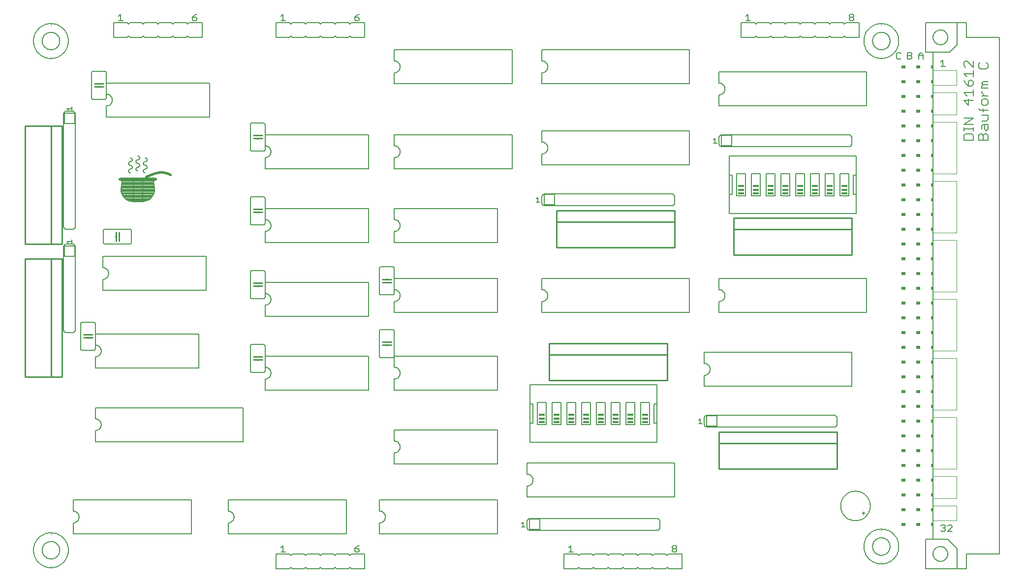
<source format=gto>
G75*
G70*
%OFA0B0*%
%FSLAX24Y24*%
%IPPOS*%
%LPD*%
%AMOC8*
5,1,8,0,0,1.08239X$1,22.5*
%
%ADD10C,0.0060*%
%ADD11C,0.0050*%
%ADD12C,0.0070*%
%ADD13R,0.0150X0.0200*%
%ADD14C,0.0020*%
%ADD15R,0.0300X0.0200*%
%ADD16C,0.0100*%
%ADD17R,0.0400X0.0150*%
%ADD18C,0.0080*%
%ADD19C,0.0160*%
D10*
X008098Y010970D02*
X008098Y011720D01*
X008137Y011722D01*
X008176Y011728D01*
X008214Y011737D01*
X008251Y011750D01*
X008287Y011767D01*
X008320Y011787D01*
X008352Y011811D01*
X008381Y011837D01*
X008407Y011866D01*
X008431Y011898D01*
X008451Y011931D01*
X008468Y011967D01*
X008481Y012004D01*
X008490Y012042D01*
X008496Y012081D01*
X008498Y012120D01*
X008496Y012159D01*
X008490Y012198D01*
X008481Y012236D01*
X008468Y012273D01*
X008451Y012309D01*
X008431Y012342D01*
X008407Y012374D01*
X008381Y012403D01*
X008352Y012429D01*
X008320Y012453D01*
X008287Y012473D01*
X008251Y012490D01*
X008214Y012503D01*
X008176Y012512D01*
X008137Y012518D01*
X008098Y012520D01*
X008098Y013270D01*
X016098Y013270D01*
X016098Y010970D01*
X008098Y010970D01*
X009598Y017220D02*
X009598Y017970D01*
X009637Y017972D01*
X009676Y017978D01*
X009714Y017987D01*
X009751Y018000D01*
X009787Y018017D01*
X009820Y018037D01*
X009852Y018061D01*
X009881Y018087D01*
X009907Y018116D01*
X009931Y018148D01*
X009951Y018181D01*
X009968Y018217D01*
X009981Y018254D01*
X009990Y018292D01*
X009996Y018331D01*
X009998Y018370D01*
X009996Y018409D01*
X009990Y018448D01*
X009981Y018486D01*
X009968Y018523D01*
X009951Y018559D01*
X009931Y018592D01*
X009907Y018624D01*
X009881Y018653D01*
X009852Y018679D01*
X009820Y018703D01*
X009787Y018723D01*
X009751Y018740D01*
X009714Y018753D01*
X009676Y018762D01*
X009637Y018768D01*
X009598Y018770D01*
X009598Y019520D01*
X019598Y019520D01*
X019598Y017220D01*
X009598Y017220D01*
X009598Y022220D02*
X009598Y022970D01*
X009637Y022972D01*
X009676Y022978D01*
X009714Y022987D01*
X009751Y023000D01*
X009787Y023017D01*
X009820Y023037D01*
X009852Y023061D01*
X009881Y023087D01*
X009907Y023116D01*
X009931Y023148D01*
X009951Y023181D01*
X009968Y023217D01*
X009981Y023254D01*
X009990Y023292D01*
X009996Y023331D01*
X009998Y023370D01*
X009996Y023409D01*
X009990Y023448D01*
X009981Y023486D01*
X009968Y023523D01*
X009951Y023559D01*
X009931Y023592D01*
X009907Y023624D01*
X009881Y023653D01*
X009852Y023679D01*
X009820Y023703D01*
X009787Y023723D01*
X009751Y023740D01*
X009714Y023753D01*
X009676Y023762D01*
X009637Y023768D01*
X009598Y023770D01*
X009598Y024520D01*
X016598Y024520D01*
X016598Y022220D01*
X009598Y022220D01*
X009498Y023420D02*
X008698Y023420D01*
X008681Y023422D01*
X008664Y023426D01*
X008648Y023433D01*
X008634Y023443D01*
X008621Y023456D01*
X008611Y023470D01*
X008604Y023486D01*
X008600Y023503D01*
X008598Y023520D01*
X008598Y025220D01*
X008600Y025237D01*
X008604Y025254D01*
X008611Y025270D01*
X008621Y025284D01*
X008634Y025297D01*
X008648Y025307D01*
X008664Y025314D01*
X008681Y025318D01*
X008698Y025320D01*
X009498Y025320D01*
X009515Y025318D01*
X009532Y025314D01*
X009548Y025307D01*
X009562Y025297D01*
X009575Y025284D01*
X009585Y025270D01*
X009592Y025254D01*
X009596Y025237D01*
X009598Y025220D01*
X009598Y023520D01*
X009596Y023503D01*
X009592Y023486D01*
X009585Y023470D01*
X009575Y023456D01*
X009562Y023443D01*
X009548Y023433D01*
X009532Y023426D01*
X009515Y023422D01*
X009498Y023420D01*
X009098Y024220D02*
X009098Y024270D01*
X009098Y024470D02*
X009098Y024520D01*
X008248Y024820D02*
X008248Y030420D01*
X008198Y030470D02*
X007498Y030470D01*
X007498Y029770D01*
X008198Y029770D01*
X008198Y030470D01*
X008248Y030420D02*
X008246Y030446D01*
X008241Y030472D01*
X008233Y030497D01*
X008221Y030520D01*
X008207Y030542D01*
X008189Y030561D01*
X008170Y030579D01*
X008148Y030593D01*
X008125Y030605D01*
X008100Y030613D01*
X008074Y030618D01*
X008048Y030620D01*
X007648Y030620D01*
X007622Y030618D01*
X007596Y030613D01*
X007571Y030605D01*
X007548Y030593D01*
X007526Y030579D01*
X007507Y030561D01*
X007489Y030542D01*
X007475Y030520D01*
X007463Y030497D01*
X007455Y030472D01*
X007450Y030446D01*
X007448Y030420D01*
X007448Y024820D01*
X007450Y024794D01*
X007455Y024768D01*
X007463Y024743D01*
X007475Y024720D01*
X007489Y024698D01*
X007507Y024679D01*
X007526Y024661D01*
X007548Y024647D01*
X007571Y024635D01*
X007596Y024627D01*
X007622Y024622D01*
X007648Y024620D01*
X008048Y024620D01*
X008074Y024622D01*
X008100Y024627D01*
X008125Y024635D01*
X008148Y024647D01*
X008170Y024661D01*
X008189Y024679D01*
X008207Y024698D01*
X008221Y024720D01*
X008233Y024743D01*
X008241Y024768D01*
X008246Y024794D01*
X008248Y024820D01*
X010098Y027470D02*
X010098Y028220D01*
X010137Y028222D01*
X010176Y028228D01*
X010214Y028237D01*
X010251Y028250D01*
X010287Y028267D01*
X010320Y028287D01*
X010352Y028311D01*
X010381Y028337D01*
X010407Y028366D01*
X010431Y028398D01*
X010451Y028431D01*
X010468Y028467D01*
X010481Y028504D01*
X010490Y028542D01*
X010496Y028581D01*
X010498Y028620D01*
X010496Y028659D01*
X010490Y028698D01*
X010481Y028736D01*
X010468Y028773D01*
X010451Y028809D01*
X010431Y028842D01*
X010407Y028874D01*
X010381Y028903D01*
X010352Y028929D01*
X010320Y028953D01*
X010287Y028973D01*
X010251Y028990D01*
X010214Y029003D01*
X010176Y029012D01*
X010137Y029018D01*
X010098Y029020D01*
X010098Y029770D01*
X017098Y029770D01*
X017098Y027470D01*
X010098Y027470D01*
X010248Y030620D02*
X011948Y030620D01*
X011965Y030622D01*
X011982Y030626D01*
X011998Y030633D01*
X012012Y030643D01*
X012025Y030656D01*
X012035Y030670D01*
X012042Y030686D01*
X012046Y030703D01*
X012048Y030720D01*
X012048Y031520D01*
X012046Y031537D01*
X012042Y031554D01*
X012035Y031570D01*
X012025Y031584D01*
X012012Y031597D01*
X011998Y031607D01*
X011982Y031614D01*
X011965Y031618D01*
X011948Y031620D01*
X010248Y031620D01*
X010231Y031618D01*
X010214Y031614D01*
X010198Y031607D01*
X010184Y031597D01*
X010171Y031584D01*
X010161Y031570D01*
X010154Y031554D01*
X010150Y031537D01*
X010148Y031520D01*
X010148Y030720D01*
X010150Y030703D01*
X010154Y030686D01*
X010161Y030670D01*
X010171Y030656D01*
X010184Y030643D01*
X010198Y030633D01*
X010214Y030626D01*
X010231Y030622D01*
X010248Y030620D01*
X010948Y031120D02*
X010998Y031120D01*
X011198Y031120D02*
X011248Y031120D01*
X008248Y031820D02*
X008248Y039420D01*
X008198Y039470D02*
X008198Y038770D01*
X007498Y038770D01*
X007498Y039470D01*
X008198Y039470D01*
X008248Y039420D02*
X008246Y039446D01*
X008241Y039472D01*
X008233Y039497D01*
X008221Y039520D01*
X008207Y039542D01*
X008189Y039561D01*
X008170Y039579D01*
X008148Y039593D01*
X008125Y039605D01*
X008100Y039613D01*
X008074Y039618D01*
X008048Y039620D01*
X007648Y039620D01*
X007622Y039618D01*
X007596Y039613D01*
X007571Y039605D01*
X007548Y039593D01*
X007526Y039579D01*
X007507Y039561D01*
X007489Y039542D01*
X007475Y039520D01*
X007463Y039497D01*
X007455Y039472D01*
X007450Y039446D01*
X007448Y039420D01*
X007448Y031820D01*
X007450Y031794D01*
X007455Y031768D01*
X007463Y031743D01*
X007475Y031720D01*
X007489Y031698D01*
X007507Y031679D01*
X007526Y031661D01*
X007548Y031647D01*
X007571Y031635D01*
X007596Y031627D01*
X007622Y031622D01*
X007648Y031620D01*
X008048Y031620D01*
X008074Y031622D01*
X008100Y031627D01*
X008125Y031635D01*
X008148Y031647D01*
X008170Y031661D01*
X008189Y031679D01*
X008207Y031698D01*
X008221Y031720D01*
X008233Y031743D01*
X008241Y031768D01*
X008246Y031794D01*
X008248Y031820D01*
X010348Y039220D02*
X010348Y039970D01*
X010387Y039972D01*
X010426Y039978D01*
X010464Y039987D01*
X010501Y040000D01*
X010537Y040017D01*
X010570Y040037D01*
X010602Y040061D01*
X010631Y040087D01*
X010657Y040116D01*
X010681Y040148D01*
X010701Y040181D01*
X010718Y040217D01*
X010731Y040254D01*
X010740Y040292D01*
X010746Y040331D01*
X010748Y040370D01*
X010746Y040409D01*
X010740Y040448D01*
X010731Y040486D01*
X010718Y040523D01*
X010701Y040559D01*
X010681Y040592D01*
X010657Y040624D01*
X010631Y040653D01*
X010602Y040679D01*
X010570Y040703D01*
X010537Y040723D01*
X010501Y040740D01*
X010464Y040753D01*
X010426Y040762D01*
X010387Y040768D01*
X010348Y040770D01*
X010348Y041520D01*
X017348Y041520D01*
X017348Y039220D01*
X010348Y039220D01*
X010248Y040420D02*
X009448Y040420D01*
X009431Y040422D01*
X009414Y040426D01*
X009398Y040433D01*
X009384Y040443D01*
X009371Y040456D01*
X009361Y040470D01*
X009354Y040486D01*
X009350Y040503D01*
X009348Y040520D01*
X009348Y042220D01*
X009350Y042237D01*
X009354Y042254D01*
X009361Y042270D01*
X009371Y042284D01*
X009384Y042297D01*
X009398Y042307D01*
X009414Y042314D01*
X009431Y042318D01*
X009448Y042320D01*
X010248Y042320D01*
X010265Y042318D01*
X010282Y042314D01*
X010298Y042307D01*
X010312Y042297D01*
X010325Y042284D01*
X010335Y042270D01*
X010342Y042254D01*
X010346Y042237D01*
X010348Y042220D01*
X010348Y040520D01*
X010346Y040503D01*
X010342Y040486D01*
X010335Y040470D01*
X010325Y040456D01*
X010312Y040443D01*
X010298Y040433D01*
X010282Y040426D01*
X010265Y040422D01*
X010248Y040420D01*
X009848Y041220D02*
X009848Y041270D01*
X009848Y041470D02*
X009848Y041520D01*
X010848Y044620D02*
X011748Y044620D01*
X011848Y044720D01*
X011948Y044620D01*
X012748Y044620D01*
X012848Y044720D01*
X012948Y044620D01*
X013748Y044620D01*
X013848Y044720D01*
X013948Y044620D01*
X014748Y044620D01*
X014848Y044720D01*
X014948Y044620D01*
X015748Y044620D01*
X015848Y044720D01*
X015948Y044620D01*
X016848Y044620D01*
X016848Y045620D01*
X015948Y045620D01*
X015848Y045520D01*
X015748Y045620D01*
X014948Y045620D01*
X014848Y045520D01*
X014748Y045620D01*
X013948Y045620D01*
X013848Y045520D01*
X013748Y045620D01*
X012948Y045620D01*
X012848Y045520D01*
X012748Y045620D01*
X011948Y045620D01*
X011848Y045520D01*
X011748Y045620D01*
X010848Y045620D01*
X010848Y044620D01*
X020098Y038720D02*
X020098Y037020D01*
X020100Y037003D01*
X020104Y036986D01*
X020111Y036970D01*
X020121Y036956D01*
X020134Y036943D01*
X020148Y036933D01*
X020164Y036926D01*
X020181Y036922D01*
X020198Y036920D01*
X020998Y036920D01*
X021015Y036922D01*
X021032Y036926D01*
X021048Y036933D01*
X021062Y036943D01*
X021075Y036956D01*
X021085Y036970D01*
X021092Y036986D01*
X021096Y037003D01*
X021098Y037020D01*
X021098Y038720D01*
X021096Y038737D01*
X021092Y038754D01*
X021085Y038770D01*
X021075Y038784D01*
X021062Y038797D01*
X021048Y038807D01*
X021032Y038814D01*
X021015Y038818D01*
X020998Y038820D01*
X020198Y038820D01*
X020181Y038818D01*
X020164Y038814D01*
X020148Y038807D01*
X020134Y038797D01*
X020121Y038784D01*
X020111Y038770D01*
X020104Y038754D01*
X020100Y038737D01*
X020098Y038720D01*
X020598Y038020D02*
X020598Y037970D01*
X020598Y037770D02*
X020598Y037720D01*
X021098Y038020D02*
X021098Y037270D01*
X021137Y037268D01*
X021176Y037262D01*
X021214Y037253D01*
X021251Y037240D01*
X021287Y037223D01*
X021320Y037203D01*
X021352Y037179D01*
X021381Y037153D01*
X021407Y037124D01*
X021431Y037092D01*
X021451Y037059D01*
X021468Y037023D01*
X021481Y036986D01*
X021490Y036948D01*
X021496Y036909D01*
X021498Y036870D01*
X021496Y036831D01*
X021490Y036792D01*
X021481Y036754D01*
X021468Y036717D01*
X021451Y036681D01*
X021431Y036648D01*
X021407Y036616D01*
X021381Y036587D01*
X021352Y036561D01*
X021320Y036537D01*
X021287Y036517D01*
X021251Y036500D01*
X021214Y036487D01*
X021176Y036478D01*
X021137Y036472D01*
X021098Y036470D01*
X021098Y035720D01*
X028098Y035720D01*
X028098Y038020D01*
X021098Y038020D01*
X020998Y033820D02*
X020198Y033820D01*
X020181Y033818D01*
X020164Y033814D01*
X020148Y033807D01*
X020134Y033797D01*
X020121Y033784D01*
X020111Y033770D01*
X020104Y033754D01*
X020100Y033737D01*
X020098Y033720D01*
X020098Y032020D01*
X020100Y032003D01*
X020104Y031986D01*
X020111Y031970D01*
X020121Y031956D01*
X020134Y031943D01*
X020148Y031933D01*
X020164Y031926D01*
X020181Y031922D01*
X020198Y031920D01*
X020998Y031920D01*
X021015Y031922D01*
X021032Y031926D01*
X021048Y031933D01*
X021062Y031943D01*
X021075Y031956D01*
X021085Y031970D01*
X021092Y031986D01*
X021096Y032003D01*
X021098Y032020D01*
X021098Y033720D01*
X021096Y033737D01*
X021092Y033754D01*
X021085Y033770D01*
X021075Y033784D01*
X021062Y033797D01*
X021048Y033807D01*
X021032Y033814D01*
X021015Y033818D01*
X020998Y033820D01*
X021098Y033020D02*
X021098Y032270D01*
X021137Y032268D01*
X021176Y032262D01*
X021214Y032253D01*
X021251Y032240D01*
X021287Y032223D01*
X021320Y032203D01*
X021352Y032179D01*
X021381Y032153D01*
X021407Y032124D01*
X021431Y032092D01*
X021451Y032059D01*
X021468Y032023D01*
X021481Y031986D01*
X021490Y031948D01*
X021496Y031909D01*
X021498Y031870D01*
X021496Y031831D01*
X021490Y031792D01*
X021481Y031754D01*
X021468Y031717D01*
X021451Y031681D01*
X021431Y031648D01*
X021407Y031616D01*
X021381Y031587D01*
X021352Y031561D01*
X021320Y031537D01*
X021287Y031517D01*
X021251Y031500D01*
X021214Y031487D01*
X021176Y031478D01*
X021137Y031472D01*
X021098Y031470D01*
X021098Y030720D01*
X028098Y030720D01*
X028098Y033020D01*
X021098Y033020D01*
X020598Y033020D02*
X020598Y032970D01*
X020598Y032770D02*
X020598Y032720D01*
X020198Y028820D02*
X020998Y028820D01*
X021015Y028818D01*
X021032Y028814D01*
X021048Y028807D01*
X021062Y028797D01*
X021075Y028784D01*
X021085Y028770D01*
X021092Y028754D01*
X021096Y028737D01*
X021098Y028720D01*
X021098Y027020D01*
X021096Y027003D01*
X021092Y026986D01*
X021085Y026970D01*
X021075Y026956D01*
X021062Y026943D01*
X021048Y026933D01*
X021032Y026926D01*
X021015Y026922D01*
X020998Y026920D01*
X020198Y026920D01*
X020181Y026922D01*
X020164Y026926D01*
X020148Y026933D01*
X020134Y026943D01*
X020121Y026956D01*
X020111Y026970D01*
X020104Y026986D01*
X020100Y027003D01*
X020098Y027020D01*
X020098Y028720D01*
X020100Y028737D01*
X020104Y028754D01*
X020111Y028770D01*
X020121Y028784D01*
X020134Y028797D01*
X020148Y028807D01*
X020164Y028814D01*
X020181Y028818D01*
X020198Y028820D01*
X020598Y028020D02*
X020598Y027970D01*
X020598Y027770D02*
X020598Y027720D01*
X021098Y028020D02*
X021098Y027270D01*
X021137Y027268D01*
X021176Y027262D01*
X021214Y027253D01*
X021251Y027240D01*
X021287Y027223D01*
X021320Y027203D01*
X021352Y027179D01*
X021381Y027153D01*
X021407Y027124D01*
X021431Y027092D01*
X021451Y027059D01*
X021468Y027023D01*
X021481Y026986D01*
X021490Y026948D01*
X021496Y026909D01*
X021498Y026870D01*
X021496Y026831D01*
X021490Y026792D01*
X021481Y026754D01*
X021468Y026717D01*
X021451Y026681D01*
X021431Y026648D01*
X021407Y026616D01*
X021381Y026587D01*
X021352Y026561D01*
X021320Y026537D01*
X021287Y026517D01*
X021251Y026500D01*
X021214Y026487D01*
X021176Y026478D01*
X021137Y026472D01*
X021098Y026470D01*
X021098Y025720D01*
X028098Y025720D01*
X028098Y028020D01*
X021098Y028020D01*
X020998Y023820D02*
X020198Y023820D01*
X020181Y023818D01*
X020164Y023814D01*
X020148Y023807D01*
X020134Y023797D01*
X020121Y023784D01*
X020111Y023770D01*
X020104Y023754D01*
X020100Y023737D01*
X020098Y023720D01*
X020098Y022020D01*
X020100Y022003D01*
X020104Y021986D01*
X020111Y021970D01*
X020121Y021956D01*
X020134Y021943D01*
X020148Y021933D01*
X020164Y021926D01*
X020181Y021922D01*
X020198Y021920D01*
X020998Y021920D01*
X021015Y021922D01*
X021032Y021926D01*
X021048Y021933D01*
X021062Y021943D01*
X021075Y021956D01*
X021085Y021970D01*
X021092Y021986D01*
X021096Y022003D01*
X021098Y022020D01*
X021098Y023720D01*
X021096Y023737D01*
X021092Y023754D01*
X021085Y023770D01*
X021075Y023784D01*
X021062Y023797D01*
X021048Y023807D01*
X021032Y023814D01*
X021015Y023818D01*
X020998Y023820D01*
X021098Y023020D02*
X021098Y022270D01*
X021137Y022268D01*
X021176Y022262D01*
X021214Y022253D01*
X021251Y022240D01*
X021287Y022223D01*
X021320Y022203D01*
X021352Y022179D01*
X021381Y022153D01*
X021407Y022124D01*
X021431Y022092D01*
X021451Y022059D01*
X021468Y022023D01*
X021481Y021986D01*
X021490Y021948D01*
X021496Y021909D01*
X021498Y021870D01*
X021496Y021831D01*
X021490Y021792D01*
X021481Y021754D01*
X021468Y021717D01*
X021451Y021681D01*
X021431Y021648D01*
X021407Y021616D01*
X021381Y021587D01*
X021352Y021561D01*
X021320Y021537D01*
X021287Y021517D01*
X021251Y021500D01*
X021214Y021487D01*
X021176Y021478D01*
X021137Y021472D01*
X021098Y021470D01*
X021098Y020720D01*
X028098Y020720D01*
X028098Y023020D01*
X021098Y023020D01*
X020598Y023020D02*
X020598Y022970D01*
X020598Y022770D02*
X020598Y022720D01*
X028848Y023020D02*
X028848Y024720D01*
X028850Y024737D01*
X028854Y024754D01*
X028861Y024770D01*
X028871Y024784D01*
X028884Y024797D01*
X028898Y024807D01*
X028914Y024814D01*
X028931Y024818D01*
X028948Y024820D01*
X029748Y024820D01*
X029765Y024818D01*
X029782Y024814D01*
X029798Y024807D01*
X029812Y024797D01*
X029825Y024784D01*
X029835Y024770D01*
X029842Y024754D01*
X029846Y024737D01*
X029848Y024720D01*
X029848Y023020D01*
X029848Y022270D01*
X029887Y022268D01*
X029926Y022262D01*
X029964Y022253D01*
X030001Y022240D01*
X030037Y022223D01*
X030070Y022203D01*
X030102Y022179D01*
X030131Y022153D01*
X030157Y022124D01*
X030181Y022092D01*
X030201Y022059D01*
X030218Y022023D01*
X030231Y021986D01*
X030240Y021948D01*
X030246Y021909D01*
X030248Y021870D01*
X030246Y021831D01*
X030240Y021792D01*
X030231Y021754D01*
X030218Y021717D01*
X030201Y021681D01*
X030181Y021648D01*
X030157Y021616D01*
X030131Y021587D01*
X030102Y021561D01*
X030070Y021537D01*
X030037Y021517D01*
X030001Y021500D01*
X029964Y021487D01*
X029926Y021478D01*
X029887Y021472D01*
X029848Y021470D01*
X029848Y020720D01*
X036848Y020720D01*
X036848Y023020D01*
X029848Y023020D01*
X029846Y023003D01*
X029842Y022986D01*
X029835Y022970D01*
X029825Y022956D01*
X029812Y022943D01*
X029798Y022933D01*
X029782Y022926D01*
X029765Y022922D01*
X029748Y022920D01*
X028948Y022920D01*
X028931Y022922D01*
X028914Y022926D01*
X028898Y022933D01*
X028884Y022943D01*
X028871Y022956D01*
X028861Y022970D01*
X028854Y022986D01*
X028850Y023003D01*
X028848Y023020D01*
X029348Y023720D02*
X029348Y023770D01*
X029348Y023970D02*
X029348Y024020D01*
X029848Y025970D02*
X029848Y026720D01*
X029887Y026722D01*
X029926Y026728D01*
X029964Y026737D01*
X030001Y026750D01*
X030037Y026767D01*
X030070Y026787D01*
X030102Y026811D01*
X030131Y026837D01*
X030157Y026866D01*
X030181Y026898D01*
X030201Y026931D01*
X030218Y026967D01*
X030231Y027004D01*
X030240Y027042D01*
X030246Y027081D01*
X030248Y027120D01*
X030246Y027159D01*
X030240Y027198D01*
X030231Y027236D01*
X030218Y027273D01*
X030201Y027309D01*
X030181Y027342D01*
X030157Y027374D01*
X030131Y027403D01*
X030102Y027429D01*
X030070Y027453D01*
X030037Y027473D01*
X030001Y027490D01*
X029964Y027503D01*
X029926Y027512D01*
X029887Y027518D01*
X029848Y027520D01*
X029848Y028270D01*
X036848Y028270D01*
X036848Y025970D01*
X029848Y025970D01*
X029748Y027170D02*
X028948Y027170D01*
X028931Y027172D01*
X028914Y027176D01*
X028898Y027183D01*
X028884Y027193D01*
X028871Y027206D01*
X028861Y027220D01*
X028854Y027236D01*
X028850Y027253D01*
X028848Y027270D01*
X028848Y028970D01*
X028850Y028987D01*
X028854Y029004D01*
X028861Y029020D01*
X028871Y029034D01*
X028884Y029047D01*
X028898Y029057D01*
X028914Y029064D01*
X028931Y029068D01*
X028948Y029070D01*
X029748Y029070D01*
X029765Y029068D01*
X029782Y029064D01*
X029798Y029057D01*
X029812Y029047D01*
X029825Y029034D01*
X029835Y029020D01*
X029842Y029004D01*
X029846Y028987D01*
X029848Y028970D01*
X029848Y027270D01*
X029846Y027253D01*
X029842Y027236D01*
X029835Y027220D01*
X029825Y027206D01*
X029812Y027193D01*
X029798Y027183D01*
X029782Y027176D01*
X029765Y027172D01*
X029748Y027170D01*
X029348Y027970D02*
X029348Y028020D01*
X029348Y028220D02*
X029348Y028270D01*
X029848Y030720D02*
X029848Y031470D01*
X029887Y031472D01*
X029926Y031478D01*
X029964Y031487D01*
X030001Y031500D01*
X030037Y031517D01*
X030070Y031537D01*
X030102Y031561D01*
X030131Y031587D01*
X030157Y031616D01*
X030181Y031648D01*
X030201Y031681D01*
X030218Y031717D01*
X030231Y031754D01*
X030240Y031792D01*
X030246Y031831D01*
X030248Y031870D01*
X030246Y031909D01*
X030240Y031948D01*
X030231Y031986D01*
X030218Y032023D01*
X030201Y032059D01*
X030181Y032092D01*
X030157Y032124D01*
X030131Y032153D01*
X030102Y032179D01*
X030070Y032203D01*
X030037Y032223D01*
X030001Y032240D01*
X029964Y032253D01*
X029926Y032262D01*
X029887Y032268D01*
X029848Y032270D01*
X029848Y033020D01*
X036848Y033020D01*
X036848Y030720D01*
X029848Y030720D01*
X029848Y035720D02*
X029848Y036470D01*
X029887Y036472D01*
X029926Y036478D01*
X029964Y036487D01*
X030001Y036500D01*
X030037Y036517D01*
X030070Y036537D01*
X030102Y036561D01*
X030131Y036587D01*
X030157Y036616D01*
X030181Y036648D01*
X030201Y036681D01*
X030218Y036717D01*
X030231Y036754D01*
X030240Y036792D01*
X030246Y036831D01*
X030248Y036870D01*
X030246Y036909D01*
X030240Y036948D01*
X030231Y036986D01*
X030218Y037023D01*
X030201Y037059D01*
X030181Y037092D01*
X030157Y037124D01*
X030131Y037153D01*
X030102Y037179D01*
X030070Y037203D01*
X030037Y037223D01*
X030001Y037240D01*
X029964Y037253D01*
X029926Y037262D01*
X029887Y037268D01*
X029848Y037270D01*
X029848Y038020D01*
X037848Y038020D01*
X037848Y035720D01*
X029848Y035720D01*
X029848Y041470D02*
X029848Y042220D01*
X029887Y042222D01*
X029926Y042228D01*
X029964Y042237D01*
X030001Y042250D01*
X030037Y042267D01*
X030070Y042287D01*
X030102Y042311D01*
X030131Y042337D01*
X030157Y042366D01*
X030181Y042398D01*
X030201Y042431D01*
X030218Y042467D01*
X030231Y042504D01*
X030240Y042542D01*
X030246Y042581D01*
X030248Y042620D01*
X030246Y042659D01*
X030240Y042698D01*
X030231Y042736D01*
X030218Y042773D01*
X030201Y042809D01*
X030181Y042842D01*
X030157Y042874D01*
X030131Y042903D01*
X030102Y042929D01*
X030070Y042953D01*
X030037Y042973D01*
X030001Y042990D01*
X029964Y043003D01*
X029926Y043012D01*
X029887Y043018D01*
X029848Y043020D01*
X029848Y043770D01*
X037848Y043770D01*
X037848Y041470D01*
X029848Y041470D01*
X027848Y044620D02*
X026948Y044620D01*
X026848Y044720D01*
X026748Y044620D01*
X025948Y044620D01*
X025848Y044720D01*
X025748Y044620D01*
X024948Y044620D01*
X024848Y044720D01*
X024748Y044620D01*
X023948Y044620D01*
X023848Y044720D01*
X023748Y044620D01*
X022948Y044620D01*
X022848Y044720D01*
X022748Y044620D01*
X021848Y044620D01*
X021848Y045620D01*
X022748Y045620D01*
X022848Y045520D01*
X022948Y045620D01*
X023748Y045620D01*
X023848Y045520D01*
X023948Y045620D01*
X024748Y045620D01*
X024848Y045520D01*
X024948Y045620D01*
X025748Y045620D01*
X025848Y045520D01*
X025948Y045620D01*
X026748Y045620D01*
X026848Y045520D01*
X026948Y045620D01*
X027848Y045620D01*
X027848Y044620D01*
X039848Y043770D02*
X039848Y043020D01*
X039887Y043018D01*
X039926Y043012D01*
X039964Y043003D01*
X040001Y042990D01*
X040037Y042973D01*
X040070Y042953D01*
X040102Y042929D01*
X040131Y042903D01*
X040157Y042874D01*
X040181Y042842D01*
X040201Y042809D01*
X040218Y042773D01*
X040231Y042736D01*
X040240Y042698D01*
X040246Y042659D01*
X040248Y042620D01*
X040246Y042581D01*
X040240Y042542D01*
X040231Y042504D01*
X040218Y042467D01*
X040201Y042431D01*
X040181Y042398D01*
X040157Y042366D01*
X040131Y042337D01*
X040102Y042311D01*
X040070Y042287D01*
X040037Y042267D01*
X040001Y042250D01*
X039964Y042237D01*
X039926Y042228D01*
X039887Y042222D01*
X039848Y042220D01*
X039848Y041470D01*
X049848Y041470D01*
X049848Y043770D01*
X039848Y043770D01*
X039848Y038270D02*
X039848Y037520D01*
X039887Y037518D01*
X039926Y037512D01*
X039964Y037503D01*
X040001Y037490D01*
X040037Y037473D01*
X040070Y037453D01*
X040102Y037429D01*
X040131Y037403D01*
X040157Y037374D01*
X040181Y037342D01*
X040201Y037309D01*
X040218Y037273D01*
X040231Y037236D01*
X040240Y037198D01*
X040246Y037159D01*
X040248Y037120D01*
X040246Y037081D01*
X040240Y037042D01*
X040231Y037004D01*
X040218Y036967D01*
X040201Y036931D01*
X040181Y036898D01*
X040157Y036866D01*
X040131Y036837D01*
X040102Y036811D01*
X040070Y036787D01*
X040037Y036767D01*
X040001Y036750D01*
X039964Y036737D01*
X039926Y036728D01*
X039887Y036722D01*
X039848Y036720D01*
X039848Y035970D01*
X049848Y035970D01*
X049848Y038270D01*
X039848Y038270D01*
X040048Y034020D02*
X048648Y034020D01*
X048674Y034018D01*
X048700Y034013D01*
X048725Y034005D01*
X048748Y033993D01*
X048770Y033979D01*
X048789Y033961D01*
X048807Y033942D01*
X048821Y033920D01*
X048833Y033897D01*
X048841Y033872D01*
X048846Y033846D01*
X048848Y033820D01*
X048848Y033420D01*
X048846Y033394D01*
X048841Y033368D01*
X048833Y033343D01*
X048821Y033320D01*
X048807Y033298D01*
X048789Y033279D01*
X048770Y033261D01*
X048748Y033247D01*
X048725Y033235D01*
X048700Y033227D01*
X048674Y033222D01*
X048648Y033220D01*
X040048Y033220D01*
X039998Y033270D02*
X039998Y033970D01*
X040698Y033970D01*
X040698Y033270D01*
X039998Y033270D01*
X040048Y033220D02*
X040022Y033222D01*
X039996Y033227D01*
X039971Y033235D01*
X039948Y033247D01*
X039926Y033261D01*
X039907Y033279D01*
X039889Y033298D01*
X039875Y033320D01*
X039863Y033343D01*
X039855Y033368D01*
X039850Y033394D01*
X039848Y033420D01*
X039848Y033820D01*
X039850Y033846D01*
X039855Y033872D01*
X039863Y033897D01*
X039875Y033920D01*
X039889Y033942D01*
X039907Y033961D01*
X039926Y033979D01*
X039948Y033993D01*
X039971Y034005D01*
X039996Y034013D01*
X040022Y034018D01*
X040048Y034020D01*
X039848Y028270D02*
X039848Y027520D01*
X039887Y027518D01*
X039926Y027512D01*
X039964Y027503D01*
X040001Y027490D01*
X040037Y027473D01*
X040070Y027453D01*
X040102Y027429D01*
X040131Y027403D01*
X040157Y027374D01*
X040181Y027342D01*
X040201Y027309D01*
X040218Y027273D01*
X040231Y027236D01*
X040240Y027198D01*
X040246Y027159D01*
X040248Y027120D01*
X040246Y027081D01*
X040240Y027042D01*
X040231Y027004D01*
X040218Y026967D01*
X040201Y026931D01*
X040181Y026898D01*
X040157Y026866D01*
X040131Y026837D01*
X040102Y026811D01*
X040070Y026787D01*
X040037Y026767D01*
X040001Y026750D01*
X039964Y026737D01*
X039926Y026728D01*
X039887Y026722D01*
X039848Y026720D01*
X039848Y025970D01*
X049848Y025970D01*
X049848Y028270D01*
X039848Y028270D01*
X039048Y021070D02*
X039048Y019770D01*
X039048Y018470D01*
X039048Y017170D01*
X047648Y017170D01*
X047648Y018470D01*
X047648Y019770D01*
X047648Y021070D01*
X039048Y021070D01*
X039548Y019870D02*
X040148Y019870D01*
X040148Y018370D01*
X039548Y018370D01*
X039548Y019870D01*
X039248Y019770D02*
X039048Y019770D01*
X039248Y019770D02*
X039248Y018470D01*
X039048Y018470D01*
X040548Y018370D02*
X040548Y019870D01*
X041148Y019870D01*
X041148Y018370D01*
X040548Y018370D01*
X041548Y018370D02*
X042148Y018370D01*
X042148Y019870D01*
X041548Y019870D01*
X041548Y018370D01*
X042548Y018370D02*
X043148Y018370D01*
X043148Y019870D01*
X042548Y019870D01*
X042548Y018370D01*
X043548Y018370D02*
X044148Y018370D01*
X044148Y019870D01*
X043548Y019870D01*
X043548Y018370D01*
X044548Y018370D02*
X045148Y018370D01*
X045148Y019870D01*
X044548Y019870D01*
X044548Y018370D01*
X045548Y018370D02*
X046148Y018370D01*
X046148Y019870D01*
X045548Y019870D01*
X045548Y018370D01*
X046548Y018370D02*
X047148Y018370D01*
X047148Y019870D01*
X046548Y019870D01*
X046548Y018370D01*
X047448Y018470D02*
X047648Y018470D01*
X047448Y018470D02*
X047448Y019770D01*
X047648Y019770D01*
X050848Y018820D02*
X050848Y018420D01*
X050850Y018394D01*
X050855Y018368D01*
X050863Y018343D01*
X050875Y018320D01*
X050889Y018298D01*
X050907Y018279D01*
X050926Y018261D01*
X050948Y018247D01*
X050971Y018235D01*
X050996Y018227D01*
X051022Y018222D01*
X051048Y018220D01*
X059648Y018220D01*
X059674Y018222D01*
X059700Y018227D01*
X059725Y018235D01*
X059748Y018247D01*
X059770Y018261D01*
X059789Y018279D01*
X059807Y018298D01*
X059821Y018320D01*
X059833Y018343D01*
X059841Y018368D01*
X059846Y018394D01*
X059848Y018420D01*
X059848Y018820D01*
X059846Y018846D01*
X059841Y018872D01*
X059833Y018897D01*
X059821Y018920D01*
X059807Y018942D01*
X059789Y018961D01*
X059770Y018979D01*
X059748Y018993D01*
X059725Y019005D01*
X059700Y019013D01*
X059674Y019018D01*
X059648Y019020D01*
X051048Y019020D01*
X050998Y018970D02*
X051698Y018970D01*
X051698Y018270D01*
X050998Y018270D01*
X050998Y018970D01*
X051048Y019020D02*
X051022Y019018D01*
X050996Y019013D01*
X050971Y019005D01*
X050948Y018993D01*
X050926Y018979D01*
X050907Y018961D01*
X050889Y018942D01*
X050875Y018920D01*
X050863Y018897D01*
X050855Y018872D01*
X050850Y018846D01*
X050848Y018820D01*
X050848Y020970D02*
X050848Y021720D01*
X050887Y021722D01*
X050926Y021728D01*
X050964Y021737D01*
X051001Y021750D01*
X051037Y021767D01*
X051070Y021787D01*
X051102Y021811D01*
X051131Y021837D01*
X051157Y021866D01*
X051181Y021898D01*
X051201Y021931D01*
X051218Y021967D01*
X051231Y022004D01*
X051240Y022042D01*
X051246Y022081D01*
X051248Y022120D01*
X051246Y022159D01*
X051240Y022198D01*
X051231Y022236D01*
X051218Y022273D01*
X051201Y022309D01*
X051181Y022342D01*
X051157Y022374D01*
X051131Y022403D01*
X051102Y022429D01*
X051070Y022453D01*
X051037Y022473D01*
X051001Y022490D01*
X050964Y022503D01*
X050926Y022512D01*
X050887Y022518D01*
X050848Y022520D01*
X050848Y023270D01*
X060848Y023270D01*
X060848Y020970D01*
X050848Y020970D01*
X051848Y025970D02*
X051848Y026720D01*
X051887Y026722D01*
X051926Y026728D01*
X051964Y026737D01*
X052001Y026750D01*
X052037Y026767D01*
X052070Y026787D01*
X052102Y026811D01*
X052131Y026837D01*
X052157Y026866D01*
X052181Y026898D01*
X052201Y026931D01*
X052218Y026967D01*
X052231Y027004D01*
X052240Y027042D01*
X052246Y027081D01*
X052248Y027120D01*
X052246Y027159D01*
X052240Y027198D01*
X052231Y027236D01*
X052218Y027273D01*
X052201Y027309D01*
X052181Y027342D01*
X052157Y027374D01*
X052131Y027403D01*
X052102Y027429D01*
X052070Y027453D01*
X052037Y027473D01*
X052001Y027490D01*
X051964Y027503D01*
X051926Y027512D01*
X051887Y027518D01*
X051848Y027520D01*
X051848Y028270D01*
X061848Y028270D01*
X061848Y025970D01*
X051848Y025970D01*
X052548Y032670D02*
X052548Y033970D01*
X052548Y035270D01*
X052748Y035270D01*
X052748Y033970D01*
X052548Y033970D01*
X053048Y033870D02*
X053648Y033870D01*
X053648Y035370D01*
X053048Y035370D01*
X053048Y033870D01*
X054048Y033870D02*
X054648Y033870D01*
X054648Y035370D01*
X054048Y035370D01*
X054048Y033870D01*
X055048Y033870D02*
X055648Y033870D01*
X055648Y035370D01*
X055048Y035370D01*
X055048Y033870D01*
X056048Y033870D02*
X056648Y033870D01*
X056648Y035370D01*
X056048Y035370D01*
X056048Y033870D01*
X057048Y033870D02*
X057648Y033870D01*
X057648Y035370D01*
X057048Y035370D01*
X057048Y033870D01*
X058048Y033870D02*
X058648Y033870D01*
X058648Y035370D01*
X058048Y035370D01*
X058048Y033870D01*
X059048Y033870D02*
X059648Y033870D01*
X059648Y035370D01*
X059048Y035370D01*
X059048Y033870D01*
X060048Y033870D02*
X060648Y033870D01*
X060648Y035370D01*
X060048Y035370D01*
X060048Y033870D01*
X060948Y033970D02*
X061148Y033970D01*
X061148Y035270D01*
X061148Y036570D01*
X052548Y036570D01*
X052548Y035270D01*
X052698Y037270D02*
X051998Y037270D01*
X051998Y037970D01*
X052698Y037970D01*
X052698Y037270D01*
X052048Y037220D02*
X060648Y037220D01*
X060674Y037222D01*
X060700Y037227D01*
X060725Y037235D01*
X060748Y037247D01*
X060770Y037261D01*
X060789Y037279D01*
X060807Y037298D01*
X060821Y037320D01*
X060833Y037343D01*
X060841Y037368D01*
X060846Y037394D01*
X060848Y037420D01*
X060848Y037820D01*
X060846Y037846D01*
X060841Y037872D01*
X060833Y037897D01*
X060821Y037920D01*
X060807Y037942D01*
X060789Y037961D01*
X060770Y037979D01*
X060748Y037993D01*
X060725Y038005D01*
X060700Y038013D01*
X060674Y038018D01*
X060648Y038020D01*
X052048Y038020D01*
X052022Y038018D01*
X051996Y038013D01*
X051971Y038005D01*
X051948Y037993D01*
X051926Y037979D01*
X051907Y037961D01*
X051889Y037942D01*
X051875Y037920D01*
X051863Y037897D01*
X051855Y037872D01*
X051850Y037846D01*
X051848Y037820D01*
X051848Y037420D01*
X051850Y037394D01*
X051855Y037368D01*
X051863Y037343D01*
X051875Y037320D01*
X051889Y037298D01*
X051907Y037279D01*
X051926Y037261D01*
X051948Y037247D01*
X051971Y037235D01*
X051996Y037227D01*
X052022Y037222D01*
X052048Y037220D01*
X051848Y039970D02*
X051848Y040720D01*
X051887Y040722D01*
X051926Y040728D01*
X051964Y040737D01*
X052001Y040750D01*
X052037Y040767D01*
X052070Y040787D01*
X052102Y040811D01*
X052131Y040837D01*
X052157Y040866D01*
X052181Y040898D01*
X052201Y040931D01*
X052218Y040967D01*
X052231Y041004D01*
X052240Y041042D01*
X052246Y041081D01*
X052248Y041120D01*
X052246Y041159D01*
X052240Y041198D01*
X052231Y041236D01*
X052218Y041273D01*
X052201Y041309D01*
X052181Y041342D01*
X052157Y041374D01*
X052131Y041403D01*
X052102Y041429D01*
X052070Y041453D01*
X052037Y041473D01*
X052001Y041490D01*
X051964Y041503D01*
X051926Y041512D01*
X051887Y041518D01*
X051848Y041520D01*
X051848Y042270D01*
X061848Y042270D01*
X061848Y039970D01*
X051848Y039970D01*
X053348Y044620D02*
X054248Y044620D01*
X054348Y044720D01*
X054448Y044620D01*
X055248Y044620D01*
X055348Y044720D01*
X055448Y044620D01*
X056248Y044620D01*
X056348Y044720D01*
X056448Y044620D01*
X057248Y044620D01*
X057348Y044720D01*
X057448Y044620D01*
X058248Y044620D01*
X058348Y044720D01*
X058448Y044620D01*
X059248Y044620D01*
X059348Y044720D01*
X059448Y044620D01*
X060248Y044620D01*
X060348Y044720D01*
X060448Y044620D01*
X061348Y044620D01*
X061348Y045620D01*
X060448Y045620D01*
X060348Y045520D01*
X060248Y045620D01*
X059448Y045620D01*
X059348Y045520D01*
X059248Y045620D01*
X058448Y045620D01*
X058348Y045520D01*
X058248Y045620D01*
X057448Y045620D01*
X057348Y045520D01*
X057248Y045620D01*
X056448Y045620D01*
X056348Y045520D01*
X056248Y045620D01*
X055448Y045620D01*
X055348Y045520D01*
X055248Y045620D01*
X054448Y045620D01*
X054348Y045520D01*
X054248Y045620D01*
X053348Y045620D01*
X053348Y044620D01*
X063878Y043516D02*
X063878Y043223D01*
X063951Y043150D01*
X064098Y043150D01*
X064171Y043223D01*
X064171Y043516D02*
X064098Y043590D01*
X063951Y043590D01*
X063878Y043516D01*
X064628Y043590D02*
X064628Y043150D01*
X064848Y043150D01*
X064921Y043223D01*
X064921Y043296D01*
X064848Y043370D01*
X064628Y043370D01*
X064628Y043590D02*
X064848Y043590D01*
X064921Y043516D01*
X064921Y043443D01*
X064848Y043370D01*
X065378Y043370D02*
X065671Y043370D01*
X065671Y043443D02*
X065671Y043150D01*
X065378Y043150D02*
X065378Y043443D01*
X065525Y043590D01*
X065671Y043443D01*
X065848Y043620D02*
X066348Y043620D01*
X066348Y042370D01*
X066348Y041370D01*
X066348Y040870D01*
X066348Y039370D01*
X066348Y038870D01*
X066348Y035370D01*
X066348Y034870D01*
X066348Y031370D01*
X066348Y030870D01*
X066348Y027370D01*
X066348Y026870D01*
X066348Y023370D01*
X066348Y022870D01*
X066348Y019370D01*
X066348Y018870D01*
X066348Y015370D01*
X066348Y014870D01*
X066348Y013370D01*
X066348Y012870D01*
X066348Y011870D01*
X066348Y010620D01*
X067348Y010620D01*
X067978Y009990D01*
X067978Y008620D01*
X068598Y008620D01*
X068598Y009620D01*
X070848Y009620D01*
X070848Y044620D01*
X068598Y044620D01*
X068598Y045620D01*
X067978Y045620D01*
X067978Y044120D01*
X067478Y043620D01*
X066348Y043620D01*
X065848Y043620D02*
X065848Y045620D01*
X067978Y045620D01*
X066348Y044620D02*
X066350Y044664D01*
X066356Y044708D01*
X066366Y044751D01*
X066379Y044793D01*
X066396Y044834D01*
X066417Y044873D01*
X066441Y044910D01*
X066468Y044945D01*
X066498Y044977D01*
X066531Y045007D01*
X066567Y045033D01*
X066604Y045057D01*
X066644Y045076D01*
X066685Y045093D01*
X066728Y045105D01*
X066771Y045114D01*
X066815Y045119D01*
X066859Y045120D01*
X066903Y045117D01*
X066947Y045110D01*
X066990Y045099D01*
X067032Y045085D01*
X067072Y045067D01*
X067111Y045045D01*
X067147Y045021D01*
X067181Y044993D01*
X067213Y044962D01*
X067242Y044928D01*
X067268Y044892D01*
X067290Y044854D01*
X067309Y044814D01*
X067324Y044772D01*
X067336Y044730D01*
X067344Y044686D01*
X067348Y044642D01*
X067348Y044598D01*
X067344Y044554D01*
X067336Y044510D01*
X067324Y044468D01*
X067309Y044426D01*
X067290Y044386D01*
X067268Y044348D01*
X067242Y044312D01*
X067213Y044278D01*
X067181Y044247D01*
X067147Y044219D01*
X067111Y044195D01*
X067072Y044173D01*
X067032Y044155D01*
X066990Y044141D01*
X066947Y044130D01*
X066903Y044123D01*
X066859Y044120D01*
X066815Y044121D01*
X066771Y044126D01*
X066728Y044135D01*
X066685Y044147D01*
X066644Y044164D01*
X066604Y044183D01*
X066567Y044207D01*
X066531Y044233D01*
X066498Y044263D01*
X066468Y044295D01*
X066441Y044330D01*
X066417Y044367D01*
X066396Y044406D01*
X066379Y044447D01*
X066366Y044489D01*
X066356Y044532D01*
X066350Y044576D01*
X066348Y044620D01*
X067025Y043090D02*
X067025Y042650D01*
X067171Y042650D02*
X066878Y042650D01*
X066878Y042943D02*
X067025Y043090D01*
X061148Y035270D02*
X060948Y035270D01*
X060948Y033970D01*
X061148Y033970D02*
X061148Y032670D01*
X052548Y032670D01*
X036848Y018020D02*
X036848Y015720D01*
X029848Y015720D01*
X029848Y016470D01*
X029887Y016472D01*
X029926Y016478D01*
X029964Y016487D01*
X030001Y016500D01*
X030037Y016517D01*
X030070Y016537D01*
X030102Y016561D01*
X030131Y016587D01*
X030157Y016616D01*
X030181Y016648D01*
X030201Y016681D01*
X030218Y016717D01*
X030231Y016754D01*
X030240Y016792D01*
X030246Y016831D01*
X030248Y016870D01*
X030246Y016909D01*
X030240Y016948D01*
X030231Y016986D01*
X030218Y017023D01*
X030201Y017059D01*
X030181Y017092D01*
X030157Y017124D01*
X030131Y017153D01*
X030102Y017179D01*
X030070Y017203D01*
X030037Y017223D01*
X030001Y017240D01*
X029964Y017253D01*
X029926Y017262D01*
X029887Y017268D01*
X029848Y017270D01*
X029848Y018020D01*
X036848Y018020D01*
X038848Y015770D02*
X038848Y015020D01*
X038887Y015018D01*
X038926Y015012D01*
X038964Y015003D01*
X039001Y014990D01*
X039037Y014973D01*
X039070Y014953D01*
X039102Y014929D01*
X039131Y014903D01*
X039157Y014874D01*
X039181Y014842D01*
X039201Y014809D01*
X039218Y014773D01*
X039231Y014736D01*
X039240Y014698D01*
X039246Y014659D01*
X039248Y014620D01*
X039246Y014581D01*
X039240Y014542D01*
X039231Y014504D01*
X039218Y014467D01*
X039201Y014431D01*
X039181Y014398D01*
X039157Y014366D01*
X039131Y014337D01*
X039102Y014311D01*
X039070Y014287D01*
X039037Y014267D01*
X039001Y014250D01*
X038964Y014237D01*
X038926Y014228D01*
X038887Y014222D01*
X038848Y014220D01*
X038848Y013470D01*
X048848Y013470D01*
X048848Y015770D01*
X038848Y015770D01*
X036848Y013270D02*
X036848Y010970D01*
X028848Y010970D01*
X028848Y011720D01*
X028887Y011722D01*
X028926Y011728D01*
X028964Y011737D01*
X029001Y011750D01*
X029037Y011767D01*
X029070Y011787D01*
X029102Y011811D01*
X029131Y011837D01*
X029157Y011866D01*
X029181Y011898D01*
X029201Y011931D01*
X029218Y011967D01*
X029231Y012004D01*
X029240Y012042D01*
X029246Y012081D01*
X029248Y012120D01*
X029246Y012159D01*
X029240Y012198D01*
X029231Y012236D01*
X029218Y012273D01*
X029201Y012309D01*
X029181Y012342D01*
X029157Y012374D01*
X029131Y012403D01*
X029102Y012429D01*
X029070Y012453D01*
X029037Y012473D01*
X029001Y012490D01*
X028964Y012503D01*
X028926Y012512D01*
X028887Y012518D01*
X028848Y012520D01*
X028848Y013270D01*
X036848Y013270D01*
X038848Y011820D02*
X038848Y011420D01*
X038850Y011394D01*
X038855Y011368D01*
X038863Y011343D01*
X038875Y011320D01*
X038889Y011298D01*
X038907Y011279D01*
X038926Y011261D01*
X038948Y011247D01*
X038971Y011235D01*
X038996Y011227D01*
X039022Y011222D01*
X039048Y011220D01*
X047648Y011220D01*
X047674Y011222D01*
X047700Y011227D01*
X047725Y011235D01*
X047748Y011247D01*
X047770Y011261D01*
X047789Y011279D01*
X047807Y011298D01*
X047821Y011320D01*
X047833Y011343D01*
X047841Y011368D01*
X047846Y011394D01*
X047848Y011420D01*
X047848Y011820D01*
X047846Y011846D01*
X047841Y011872D01*
X047833Y011897D01*
X047821Y011920D01*
X047807Y011942D01*
X047789Y011961D01*
X047770Y011979D01*
X047748Y011993D01*
X047725Y012005D01*
X047700Y012013D01*
X047674Y012018D01*
X047648Y012020D01*
X039048Y012020D01*
X038998Y011970D02*
X039698Y011970D01*
X039698Y011270D01*
X038998Y011270D01*
X038998Y011970D01*
X039048Y012020D02*
X039022Y012018D01*
X038996Y012013D01*
X038971Y012005D01*
X038948Y011993D01*
X038926Y011979D01*
X038907Y011961D01*
X038889Y011942D01*
X038875Y011920D01*
X038863Y011897D01*
X038855Y011872D01*
X038850Y011846D01*
X038848Y011820D01*
X041348Y009620D02*
X042248Y009620D01*
X042348Y009520D01*
X042448Y009620D01*
X043248Y009620D01*
X043348Y009520D01*
X043448Y009620D01*
X044248Y009620D01*
X044348Y009520D01*
X044448Y009620D01*
X045248Y009620D01*
X045348Y009520D01*
X045448Y009620D01*
X046248Y009620D01*
X046348Y009520D01*
X046448Y009620D01*
X047248Y009620D01*
X047348Y009520D01*
X047448Y009620D01*
X048248Y009620D01*
X048348Y009520D01*
X048448Y009620D01*
X049348Y009620D01*
X049348Y008620D01*
X048448Y008620D01*
X048348Y008720D01*
X048248Y008620D01*
X047448Y008620D01*
X047348Y008720D01*
X047248Y008620D01*
X046448Y008620D01*
X046348Y008720D01*
X046248Y008620D01*
X045448Y008620D01*
X045348Y008720D01*
X045248Y008620D01*
X044448Y008620D01*
X044348Y008720D01*
X044248Y008620D01*
X043448Y008620D01*
X043348Y008720D01*
X043248Y008620D01*
X042448Y008620D01*
X042348Y008720D01*
X042248Y008620D01*
X041348Y008620D01*
X041348Y009620D01*
X027848Y009620D02*
X027848Y008620D01*
X026948Y008620D01*
X026848Y008720D01*
X026748Y008620D01*
X025948Y008620D01*
X025848Y008720D01*
X025748Y008620D01*
X024948Y008620D01*
X024848Y008720D01*
X024748Y008620D01*
X023948Y008620D01*
X023848Y008720D01*
X023748Y008620D01*
X022948Y008620D01*
X022848Y008720D01*
X022748Y008620D01*
X021848Y008620D01*
X021848Y009620D01*
X022748Y009620D01*
X022848Y009520D01*
X022948Y009620D01*
X023748Y009620D01*
X023848Y009520D01*
X023948Y009620D01*
X024748Y009620D01*
X024848Y009520D01*
X024948Y009620D01*
X025748Y009620D01*
X025848Y009520D01*
X025948Y009620D01*
X026748Y009620D01*
X026848Y009520D01*
X026948Y009620D01*
X027848Y009620D01*
X026598Y010970D02*
X026598Y013270D01*
X018598Y013270D01*
X018598Y012520D01*
X018637Y012518D01*
X018676Y012512D01*
X018714Y012503D01*
X018751Y012490D01*
X018787Y012473D01*
X018820Y012453D01*
X018852Y012429D01*
X018881Y012403D01*
X018907Y012374D01*
X018931Y012342D01*
X018951Y012309D01*
X018968Y012273D01*
X018981Y012236D01*
X018990Y012198D01*
X018996Y012159D01*
X018998Y012120D01*
X018996Y012081D01*
X018990Y012042D01*
X018981Y012004D01*
X018968Y011967D01*
X018951Y011931D01*
X018931Y011898D01*
X018907Y011866D01*
X018881Y011837D01*
X018852Y011811D01*
X018820Y011787D01*
X018787Y011767D01*
X018751Y011750D01*
X018714Y011737D01*
X018676Y011728D01*
X018637Y011722D01*
X018598Y011720D01*
X018598Y010970D01*
X026598Y010970D01*
X060098Y012870D02*
X060100Y012933D01*
X060106Y012995D01*
X060116Y013057D01*
X060129Y013119D01*
X060147Y013179D01*
X060168Y013238D01*
X060193Y013296D01*
X060222Y013352D01*
X060254Y013406D01*
X060289Y013458D01*
X060327Y013507D01*
X060369Y013555D01*
X060413Y013599D01*
X060461Y013641D01*
X060510Y013679D01*
X060562Y013714D01*
X060616Y013746D01*
X060672Y013775D01*
X060730Y013800D01*
X060789Y013821D01*
X060849Y013839D01*
X060911Y013852D01*
X060973Y013862D01*
X061035Y013868D01*
X061098Y013870D01*
X061161Y013868D01*
X061223Y013862D01*
X061285Y013852D01*
X061347Y013839D01*
X061407Y013821D01*
X061466Y013800D01*
X061524Y013775D01*
X061580Y013746D01*
X061634Y013714D01*
X061686Y013679D01*
X061735Y013641D01*
X061783Y013599D01*
X061827Y013555D01*
X061869Y013507D01*
X061907Y013458D01*
X061942Y013406D01*
X061974Y013352D01*
X062003Y013296D01*
X062028Y013238D01*
X062049Y013179D01*
X062067Y013119D01*
X062080Y013057D01*
X062090Y012995D01*
X062096Y012933D01*
X062098Y012870D01*
X062096Y012807D01*
X062090Y012745D01*
X062080Y012683D01*
X062067Y012621D01*
X062049Y012561D01*
X062028Y012502D01*
X062003Y012444D01*
X061974Y012388D01*
X061942Y012334D01*
X061907Y012282D01*
X061869Y012233D01*
X061827Y012185D01*
X061783Y012141D01*
X061735Y012099D01*
X061686Y012061D01*
X061634Y012026D01*
X061580Y011994D01*
X061524Y011965D01*
X061466Y011940D01*
X061407Y011919D01*
X061347Y011901D01*
X061285Y011888D01*
X061223Y011878D01*
X061161Y011872D01*
X061098Y011870D01*
X061035Y011872D01*
X060973Y011878D01*
X060911Y011888D01*
X060849Y011901D01*
X060789Y011919D01*
X060730Y011940D01*
X060672Y011965D01*
X060616Y011994D01*
X060562Y012026D01*
X060510Y012061D01*
X060461Y012099D01*
X060413Y012141D01*
X060369Y012185D01*
X060327Y012233D01*
X060289Y012282D01*
X060254Y012334D01*
X060222Y012388D01*
X060193Y012444D01*
X060168Y012502D01*
X060147Y012561D01*
X060129Y012621D01*
X060116Y012683D01*
X060106Y012745D01*
X060100Y012807D01*
X060098Y012870D01*
X061548Y012370D02*
X061648Y012370D01*
X061648Y012270D01*
X061648Y012370D02*
X061648Y012470D01*
X061648Y012370D02*
X061748Y012370D01*
X065848Y010620D02*
X066348Y010620D01*
X065848Y010620D02*
X065848Y008620D01*
X067978Y008620D01*
X066348Y009620D02*
X066350Y009664D01*
X066356Y009708D01*
X066366Y009751D01*
X066379Y009793D01*
X066396Y009834D01*
X066417Y009873D01*
X066441Y009910D01*
X066468Y009945D01*
X066498Y009977D01*
X066531Y010007D01*
X066567Y010033D01*
X066604Y010057D01*
X066644Y010076D01*
X066685Y010093D01*
X066728Y010105D01*
X066771Y010114D01*
X066815Y010119D01*
X066859Y010120D01*
X066903Y010117D01*
X066947Y010110D01*
X066990Y010099D01*
X067032Y010085D01*
X067072Y010067D01*
X067111Y010045D01*
X067147Y010021D01*
X067181Y009993D01*
X067213Y009962D01*
X067242Y009928D01*
X067268Y009892D01*
X067290Y009854D01*
X067309Y009814D01*
X067324Y009772D01*
X067336Y009730D01*
X067344Y009686D01*
X067348Y009642D01*
X067348Y009598D01*
X067344Y009554D01*
X067336Y009510D01*
X067324Y009468D01*
X067309Y009426D01*
X067290Y009386D01*
X067268Y009348D01*
X067242Y009312D01*
X067213Y009278D01*
X067181Y009247D01*
X067147Y009219D01*
X067111Y009195D01*
X067072Y009173D01*
X067032Y009155D01*
X066990Y009141D01*
X066947Y009130D01*
X066903Y009123D01*
X066859Y009120D01*
X066815Y009121D01*
X066771Y009126D01*
X066728Y009135D01*
X066685Y009147D01*
X066644Y009164D01*
X066604Y009183D01*
X066567Y009207D01*
X066531Y009233D01*
X066498Y009263D01*
X066468Y009295D01*
X066441Y009330D01*
X066417Y009367D01*
X066396Y009406D01*
X066379Y009447D01*
X066366Y009489D01*
X066356Y009532D01*
X066350Y009576D01*
X066348Y009620D01*
X066951Y011150D02*
X066878Y011223D01*
X066951Y011150D02*
X067098Y011150D01*
X067171Y011223D01*
X067171Y011296D01*
X067098Y011370D01*
X067025Y011370D01*
X067098Y011370D02*
X067171Y011443D01*
X067171Y011516D01*
X067098Y011590D01*
X066951Y011590D01*
X066878Y011516D01*
X067338Y011516D02*
X067412Y011590D01*
X067558Y011590D01*
X067632Y011516D01*
X067632Y011443D01*
X067338Y011150D01*
X067632Y011150D01*
D11*
X050700Y018445D02*
X050473Y018445D01*
X050586Y018445D02*
X050586Y018785D01*
X050473Y018671D01*
X048898Y010195D02*
X048973Y010120D01*
X048973Y010045D01*
X048898Y009970D01*
X048748Y009970D01*
X048673Y010045D01*
X048673Y010120D01*
X048748Y010195D01*
X048898Y010195D01*
X048898Y009970D02*
X048973Y009895D01*
X048973Y009820D01*
X048898Y009745D01*
X048748Y009745D01*
X048673Y009820D01*
X048673Y009895D01*
X048748Y009970D01*
X041973Y009745D02*
X041673Y009745D01*
X041823Y009745D02*
X041823Y010195D01*
X041673Y010045D01*
X038700Y011445D02*
X038473Y011445D01*
X038586Y011445D02*
X038586Y011785D01*
X038473Y011671D01*
X027473Y010195D02*
X027323Y010120D01*
X027173Y009970D01*
X027398Y009970D01*
X027473Y009895D01*
X027473Y009820D01*
X027398Y009745D01*
X027248Y009745D01*
X027173Y009820D01*
X027173Y009970D01*
X022473Y009745D02*
X022173Y009745D01*
X022323Y009745D02*
X022323Y010195D01*
X022173Y010045D01*
X008013Y030685D02*
X008013Y030912D01*
X008013Y030799D02*
X007673Y030799D01*
X007786Y030685D01*
X011348Y034314D02*
X011348Y034377D01*
X011411Y034819D01*
X011411Y034819D01*
X011409Y034839D01*
X011405Y034858D01*
X011397Y034876D01*
X011387Y034893D01*
X011374Y034908D01*
X011359Y034921D01*
X011342Y034931D01*
X011324Y034939D01*
X011305Y034943D01*
X011285Y034945D01*
X011271Y034947D01*
X011258Y034951D01*
X011246Y034959D01*
X011236Y034969D01*
X011228Y034981D01*
X011224Y034994D01*
X011222Y035008D01*
X011224Y035022D01*
X011228Y035035D01*
X011236Y035047D01*
X011246Y035057D01*
X011258Y035065D01*
X011271Y035069D01*
X011285Y035071D01*
X012167Y035071D01*
X012167Y033496D01*
X012167Y033495D02*
X012111Y033497D01*
X012055Y033503D01*
X012000Y033512D01*
X011946Y033525D01*
X011893Y033542D01*
X011841Y033563D01*
X011790Y033587D01*
X011741Y033614D01*
X011695Y033645D01*
X011650Y033679D01*
X011608Y033715D01*
X011568Y033755D01*
X011532Y033797D01*
X011498Y033842D01*
X011467Y033888D01*
X011440Y033937D01*
X011416Y033988D01*
X011395Y034040D01*
X011378Y034093D01*
X011365Y034147D01*
X011356Y034202D01*
X011350Y034258D01*
X011348Y034314D01*
X011978Y035448D02*
X011957Y035450D01*
X011937Y035455D01*
X011918Y035463D01*
X011901Y035475D01*
X011885Y035489D01*
X011873Y035505D01*
X011863Y035523D01*
X011856Y035543D01*
X011852Y035564D01*
X011852Y035584D01*
X011856Y035605D01*
X011863Y035625D01*
X011873Y035643D01*
X011885Y035659D01*
X011901Y035673D01*
X011918Y035685D01*
X011937Y035693D01*
X011957Y035698D01*
X011978Y035700D01*
X011999Y035702D01*
X012019Y035707D01*
X012038Y035715D01*
X012055Y035727D01*
X012071Y035741D01*
X012083Y035757D01*
X012093Y035775D01*
X012100Y035795D01*
X012104Y035816D01*
X012104Y035836D01*
X012100Y035857D01*
X012093Y035877D01*
X012083Y035895D01*
X012071Y035911D01*
X012055Y035925D01*
X012038Y035937D01*
X012019Y035945D01*
X011999Y035950D01*
X011978Y035952D01*
X011978Y035953D02*
X011957Y035955D01*
X011937Y035960D01*
X011918Y035968D01*
X011901Y035980D01*
X011885Y035994D01*
X011873Y036010D01*
X011863Y036028D01*
X011856Y036048D01*
X011852Y036069D01*
X011852Y036089D01*
X011856Y036110D01*
X011863Y036130D01*
X011873Y036148D01*
X011885Y036164D01*
X011901Y036178D01*
X011918Y036190D01*
X011937Y036198D01*
X011957Y036203D01*
X011978Y036205D01*
X011978Y036204D02*
X011999Y036206D01*
X012019Y036211D01*
X012038Y036219D01*
X012055Y036231D01*
X012071Y036245D01*
X012083Y036261D01*
X012093Y036279D01*
X012100Y036299D01*
X012104Y036320D01*
X012104Y036340D01*
X012100Y036361D01*
X012093Y036381D01*
X012083Y036399D01*
X012071Y036415D01*
X012055Y036429D01*
X012038Y036441D01*
X012019Y036449D01*
X011999Y036454D01*
X011978Y036456D01*
X012482Y036330D02*
X012503Y036332D01*
X012523Y036337D01*
X012542Y036345D01*
X012559Y036357D01*
X012575Y036371D01*
X012587Y036387D01*
X012597Y036405D01*
X012604Y036425D01*
X012608Y036446D01*
X012608Y036466D01*
X012604Y036487D01*
X012597Y036507D01*
X012587Y036525D01*
X012575Y036541D01*
X012559Y036555D01*
X012542Y036567D01*
X012523Y036575D01*
X012503Y036580D01*
X012482Y036582D01*
X012482Y036330D02*
X012461Y036328D01*
X012441Y036323D01*
X012422Y036315D01*
X012405Y036303D01*
X012389Y036289D01*
X012377Y036273D01*
X012367Y036255D01*
X012360Y036235D01*
X012356Y036214D01*
X012356Y036194D01*
X012360Y036173D01*
X012367Y036153D01*
X012377Y036135D01*
X012389Y036119D01*
X012405Y036105D01*
X012422Y036093D01*
X012441Y036085D01*
X012461Y036080D01*
X012482Y036078D01*
X012503Y036076D01*
X012523Y036071D01*
X012542Y036063D01*
X012559Y036051D01*
X012575Y036037D01*
X012587Y036021D01*
X012597Y036003D01*
X012604Y035983D01*
X012608Y035962D01*
X012608Y035942D01*
X012604Y035921D01*
X012597Y035901D01*
X012587Y035883D01*
X012575Y035867D01*
X012559Y035853D01*
X012542Y035841D01*
X012523Y035833D01*
X012503Y035828D01*
X012482Y035826D01*
X012461Y035824D01*
X012441Y035819D01*
X012422Y035811D01*
X012405Y035799D01*
X012389Y035785D01*
X012377Y035769D01*
X012367Y035751D01*
X012360Y035731D01*
X012356Y035710D01*
X012356Y035690D01*
X012360Y035669D01*
X012367Y035649D01*
X012377Y035631D01*
X012389Y035615D01*
X012405Y035601D01*
X012422Y035589D01*
X012441Y035581D01*
X012461Y035576D01*
X012482Y035574D01*
X012986Y035700D02*
X012965Y035698D01*
X012945Y035693D01*
X012926Y035685D01*
X012909Y035673D01*
X012893Y035659D01*
X012881Y035643D01*
X012871Y035625D01*
X012864Y035605D01*
X012860Y035584D01*
X012860Y035564D01*
X012864Y035543D01*
X012871Y035523D01*
X012881Y035505D01*
X012893Y035489D01*
X012909Y035475D01*
X012926Y035463D01*
X012945Y035455D01*
X012965Y035450D01*
X012986Y035448D01*
X012986Y035700D02*
X013007Y035702D01*
X013027Y035707D01*
X013046Y035715D01*
X013063Y035727D01*
X013079Y035741D01*
X013091Y035757D01*
X013101Y035775D01*
X013108Y035795D01*
X013112Y035816D01*
X013112Y035836D01*
X013108Y035857D01*
X013101Y035877D01*
X013091Y035895D01*
X013079Y035911D01*
X013063Y035925D01*
X013046Y035937D01*
X013027Y035945D01*
X013007Y035950D01*
X012986Y035952D01*
X012986Y035953D02*
X012965Y035955D01*
X012945Y035960D01*
X012926Y035968D01*
X012909Y035980D01*
X012893Y035994D01*
X012881Y036010D01*
X012871Y036028D01*
X012864Y036048D01*
X012860Y036069D01*
X012860Y036089D01*
X012864Y036110D01*
X012871Y036130D01*
X012881Y036148D01*
X012893Y036164D01*
X012909Y036178D01*
X012926Y036190D01*
X012945Y036198D01*
X012965Y036203D01*
X012986Y036205D01*
X012986Y036204D02*
X013007Y036206D01*
X013027Y036211D01*
X013046Y036219D01*
X013063Y036231D01*
X013079Y036245D01*
X013091Y036261D01*
X013101Y036279D01*
X013108Y036299D01*
X013112Y036320D01*
X013112Y036340D01*
X013108Y036361D01*
X013101Y036381D01*
X013091Y036399D01*
X013079Y036415D01*
X013063Y036429D01*
X013046Y036441D01*
X013027Y036449D01*
X013007Y036454D01*
X012986Y036456D01*
X008013Y039685D02*
X008013Y039912D01*
X008013Y039799D02*
X007673Y039799D01*
X007786Y039685D01*
X011173Y045745D02*
X011473Y045745D01*
X011323Y045745D02*
X011323Y046195D01*
X011173Y046045D01*
X016173Y045970D02*
X016398Y045970D01*
X016473Y045895D01*
X016473Y045820D01*
X016398Y045745D01*
X016248Y045745D01*
X016173Y045820D01*
X016173Y045970D01*
X016323Y046120D01*
X016473Y046195D01*
X022173Y046045D02*
X022323Y046195D01*
X022323Y045745D01*
X022173Y045745D02*
X022473Y045745D01*
X027173Y045820D02*
X027248Y045745D01*
X027398Y045745D01*
X027473Y045820D01*
X027473Y045895D01*
X027398Y045970D01*
X027173Y045970D01*
X027173Y045820D01*
X027173Y045970D02*
X027323Y046120D01*
X027473Y046195D01*
X039586Y033785D02*
X039586Y033445D01*
X039473Y033445D02*
X039700Y033445D01*
X039473Y033671D02*
X039586Y033785D01*
X051473Y037445D02*
X051700Y037445D01*
X051586Y037445D02*
X051586Y037785D01*
X051473Y037671D01*
X053673Y045745D02*
X053973Y045745D01*
X053823Y045745D02*
X053823Y046195D01*
X053673Y046045D01*
X060673Y046045D02*
X060673Y046120D01*
X060748Y046195D01*
X060898Y046195D01*
X060973Y046120D01*
X060973Y046045D01*
X060898Y045970D01*
X060748Y045970D01*
X060673Y046045D01*
X060748Y045970D02*
X060673Y045895D01*
X060673Y045820D01*
X060748Y045745D01*
X060898Y045745D01*
X060973Y045820D01*
X060973Y045895D01*
X060898Y045970D01*
D12*
X068432Y042911D02*
X068432Y042701D01*
X068537Y042596D01*
X068432Y042911D02*
X068537Y043016D01*
X068643Y043016D01*
X069063Y042596D01*
X069063Y043016D01*
X069432Y042804D02*
X069537Y042909D01*
X069432Y042804D02*
X069432Y042594D01*
X069537Y042488D01*
X069958Y042488D01*
X070063Y042594D01*
X070063Y042804D01*
X069958Y042909D01*
X069063Y042372D02*
X069063Y041951D01*
X069063Y042162D02*
X068432Y042162D01*
X068643Y041951D01*
X068853Y041727D02*
X068748Y041622D01*
X068748Y041307D01*
X068958Y041307D01*
X069063Y041412D01*
X069063Y041622D01*
X068958Y041727D01*
X068853Y041727D01*
X068537Y041517D02*
X068748Y041307D01*
X068537Y041517D02*
X068432Y041727D01*
X068432Y040872D02*
X069063Y040872D01*
X069063Y040662D02*
X069063Y041083D01*
X069643Y040978D02*
X069643Y040872D01*
X069853Y040662D01*
X070063Y040662D02*
X069643Y040662D01*
X069748Y040438D02*
X069643Y040333D01*
X069643Y040123D01*
X069748Y040018D01*
X069958Y040018D01*
X070063Y040123D01*
X070063Y040333D01*
X069958Y040438D01*
X069748Y040438D01*
X069748Y039798D02*
X069748Y039588D01*
X069537Y039693D02*
X069432Y039798D01*
X069537Y039693D02*
X070063Y039693D01*
X070063Y039364D02*
X069643Y039364D01*
X070063Y039364D02*
X070063Y039049D01*
X069958Y038944D01*
X069643Y038944D01*
X069748Y038719D02*
X070063Y038719D01*
X070063Y038404D01*
X069958Y038299D01*
X069853Y038404D01*
X069853Y038719D01*
X069748Y038719D02*
X069643Y038614D01*
X069643Y038404D01*
X069643Y038075D02*
X069748Y037970D01*
X069748Y037655D01*
X069748Y037970D02*
X069853Y038075D01*
X069958Y038075D01*
X070063Y037970D01*
X070063Y037655D01*
X069432Y037655D01*
X069432Y037970D01*
X069537Y038075D01*
X069643Y038075D01*
X069063Y037970D02*
X069063Y037655D01*
X068432Y037655D01*
X068432Y037970D01*
X068537Y038075D01*
X068958Y038075D01*
X069063Y037970D01*
X069063Y038299D02*
X069063Y038509D01*
X069063Y038404D02*
X068432Y038404D01*
X068432Y038299D02*
X068432Y038509D01*
X068432Y038729D02*
X069063Y039149D01*
X068432Y039149D01*
X068432Y038729D02*
X069063Y038729D01*
X068748Y040018D02*
X068748Y040438D01*
X068643Y040662D02*
X068432Y040872D01*
X068432Y040333D02*
X068748Y040018D01*
X069063Y040333D02*
X068432Y040333D01*
X069643Y041199D02*
X069643Y041304D01*
X069748Y041410D01*
X069643Y041515D01*
X069748Y041620D01*
X070063Y041620D01*
X070063Y041410D02*
X069748Y041410D01*
X069643Y041199D02*
X070063Y041199D01*
D13*
X066273Y041620D03*
X066273Y042620D03*
X066273Y040620D03*
X066273Y039620D03*
X066273Y038620D03*
X066273Y037620D03*
X066273Y036620D03*
X066273Y035620D03*
X066273Y034620D03*
X066273Y033620D03*
X066273Y032620D03*
X066273Y031620D03*
X066273Y030620D03*
X066273Y029620D03*
X066273Y028620D03*
X066273Y027620D03*
X066273Y026620D03*
X066273Y025620D03*
X066273Y024620D03*
X066273Y023620D03*
X066273Y022620D03*
X066273Y021620D03*
X066273Y020620D03*
X066273Y019620D03*
X066273Y018620D03*
X066273Y017620D03*
X066273Y016620D03*
X066273Y015620D03*
X066273Y014620D03*
X066273Y013620D03*
X066273Y012620D03*
X066273Y011620D03*
D14*
X006598Y008820D02*
X006598Y008720D01*
X006598Y010920D02*
X006598Y011020D01*
X006598Y043220D02*
X006598Y043320D01*
X006598Y045420D02*
X006598Y045520D01*
X062848Y045520D02*
X062848Y045420D01*
X062848Y043320D02*
X062848Y043220D01*
X066348Y042370D02*
X067948Y042370D01*
X067948Y041370D01*
X066348Y041370D01*
X066348Y040870D02*
X067948Y040870D01*
X067948Y039370D01*
X066348Y039370D01*
X066348Y038870D02*
X067948Y038870D01*
X067948Y035370D01*
X066348Y035370D01*
X066348Y034870D02*
X067948Y034870D01*
X067948Y031370D01*
X066348Y031370D01*
X066348Y030870D02*
X067948Y030870D01*
X067948Y027370D01*
X066348Y027370D01*
X066348Y026870D02*
X067948Y026870D01*
X067948Y023370D01*
X066348Y023370D01*
X066348Y022870D02*
X067948Y022870D01*
X067948Y019370D01*
X066348Y019370D01*
X066348Y018870D02*
X067948Y018870D01*
X067948Y015370D01*
X066348Y015370D01*
X066348Y014870D02*
X067948Y014870D01*
X067948Y013370D01*
X066348Y013370D01*
X066348Y012870D02*
X067948Y012870D01*
X067948Y011870D01*
X066348Y011870D01*
X062848Y011270D02*
X062848Y011170D01*
X062848Y009070D02*
X062848Y008970D01*
D15*
X064348Y011620D03*
X064348Y012620D03*
X064348Y013620D03*
X064348Y014620D03*
X064348Y015620D03*
X064348Y016620D03*
X064348Y017620D03*
X064348Y018620D03*
X064348Y019620D03*
X064348Y020620D03*
X064348Y021620D03*
X064348Y022620D03*
X064348Y023620D03*
X064348Y024620D03*
X064348Y025620D03*
X064348Y026620D03*
X064348Y027620D03*
X064348Y028620D03*
X064348Y029620D03*
X064348Y030620D03*
X064348Y031620D03*
X064348Y032620D03*
X064348Y033620D03*
X064348Y034620D03*
X064348Y035620D03*
X064348Y036620D03*
X064348Y037620D03*
X064348Y038620D03*
X064348Y039620D03*
X064348Y040620D03*
X064348Y041620D03*
X064348Y042620D03*
X065348Y042620D03*
X065348Y041620D03*
X065348Y040620D03*
X065348Y039620D03*
X065348Y038620D03*
X065348Y037620D03*
X065348Y036620D03*
X065348Y035620D03*
X065348Y034620D03*
X065348Y033620D03*
X065348Y032620D03*
X065348Y031620D03*
X065348Y030620D03*
X065348Y029620D03*
X065348Y028620D03*
X065348Y027620D03*
X065348Y026620D03*
X065348Y025620D03*
X065348Y024620D03*
X065348Y023620D03*
X065348Y022620D03*
X065348Y021620D03*
X065348Y020620D03*
X065348Y019620D03*
X065348Y018620D03*
X065348Y017620D03*
X065348Y016620D03*
X065348Y015620D03*
X065348Y014620D03*
X065348Y013620D03*
X065348Y012620D03*
X065348Y011620D03*
D16*
X059848Y015370D02*
X051848Y015370D01*
X051848Y017120D01*
X059848Y017120D01*
X059848Y015370D01*
X059848Y017120D02*
X059848Y017870D01*
X051848Y017870D01*
X051848Y017120D01*
X048348Y021370D02*
X040348Y021370D01*
X040348Y023120D01*
X048348Y023120D01*
X048348Y021370D01*
X048348Y023120D02*
X048348Y023870D01*
X040348Y023870D01*
X040348Y023120D01*
X040848Y030370D02*
X040848Y032120D01*
X048848Y032120D01*
X048848Y030370D01*
X040848Y030370D01*
X040848Y032120D02*
X040848Y032870D01*
X048848Y032870D01*
X048848Y032120D01*
X052848Y032370D02*
X052848Y031620D01*
X060848Y031620D01*
X060848Y029870D01*
X052848Y029870D01*
X052848Y031620D01*
X052848Y032370D02*
X060848Y032370D01*
X060848Y031620D01*
X029648Y028220D02*
X029348Y028220D01*
X029048Y028220D01*
X029048Y028020D02*
X029348Y028020D01*
X029648Y028020D01*
X029648Y023970D02*
X029348Y023970D01*
X029048Y023970D01*
X029048Y023770D02*
X029348Y023770D01*
X029648Y023770D01*
X020898Y022970D02*
X020598Y022970D01*
X020298Y022970D01*
X020298Y022770D02*
X020598Y022770D01*
X020898Y022770D01*
X020898Y027770D02*
X020598Y027770D01*
X020298Y027770D01*
X020298Y027970D02*
X020598Y027970D01*
X020898Y027970D01*
X020898Y032770D02*
X020598Y032770D01*
X020298Y032770D01*
X020298Y032970D02*
X020598Y032970D01*
X020898Y032970D01*
X020898Y037770D02*
X020598Y037770D01*
X020298Y037770D01*
X020298Y037970D02*
X020598Y037970D01*
X020898Y037970D01*
X011198Y031420D02*
X011198Y031120D01*
X011198Y030820D01*
X010998Y030820D02*
X010998Y031120D01*
X010998Y031420D01*
X007348Y030620D02*
X006598Y030620D01*
X006598Y038620D01*
X007348Y038620D01*
X007348Y030620D01*
X006598Y030620D02*
X004848Y030620D01*
X004848Y038620D01*
X006598Y038620D01*
X009548Y041270D02*
X009848Y041270D01*
X010148Y041270D01*
X010148Y041470D02*
X009848Y041470D01*
X009548Y041470D01*
X007348Y029620D02*
X006598Y029620D01*
X006598Y021620D01*
X004848Y021620D01*
X004848Y029620D01*
X006598Y029620D01*
X007348Y029620D02*
X007348Y021620D01*
X006598Y021620D01*
X008798Y024270D02*
X009098Y024270D01*
X009398Y024270D01*
X009398Y024470D02*
X009098Y024470D01*
X008798Y024470D01*
D17*
X039848Y019045D03*
X039848Y018795D03*
X039848Y018545D03*
X040848Y018545D03*
X040848Y018795D03*
X040848Y019045D03*
X041848Y019045D03*
X041848Y018795D03*
X041848Y018545D03*
X042848Y018545D03*
X042848Y018795D03*
X042848Y019045D03*
X043848Y019045D03*
X043848Y018795D03*
X043848Y018545D03*
X044848Y018545D03*
X044848Y018795D03*
X044848Y019045D03*
X045848Y019045D03*
X045848Y018795D03*
X045848Y018545D03*
X046848Y018545D03*
X046848Y018795D03*
X046848Y019045D03*
X053348Y034045D03*
X053348Y034295D03*
X053348Y034545D03*
X054348Y034545D03*
X054348Y034295D03*
X054348Y034045D03*
X055348Y034045D03*
X055348Y034295D03*
X055348Y034545D03*
X056348Y034545D03*
X056348Y034295D03*
X056348Y034045D03*
X057348Y034045D03*
X057348Y034295D03*
X057348Y034545D03*
X058348Y034545D03*
X058348Y034295D03*
X058348Y034045D03*
X059348Y034045D03*
X059348Y034295D03*
X059348Y034545D03*
X060348Y034545D03*
X060348Y034295D03*
X060348Y034045D03*
D18*
X062257Y044370D02*
X062259Y044418D01*
X062265Y044466D01*
X062275Y044513D01*
X062288Y044559D01*
X062306Y044604D01*
X062326Y044648D01*
X062351Y044690D01*
X062379Y044729D01*
X062409Y044766D01*
X062443Y044800D01*
X062480Y044832D01*
X062518Y044861D01*
X062559Y044886D01*
X062602Y044908D01*
X062647Y044926D01*
X062693Y044940D01*
X062740Y044951D01*
X062788Y044958D01*
X062836Y044961D01*
X062884Y044960D01*
X062932Y044955D01*
X062980Y044946D01*
X063026Y044934D01*
X063071Y044917D01*
X063115Y044897D01*
X063157Y044874D01*
X063197Y044847D01*
X063235Y044817D01*
X063270Y044784D01*
X063302Y044748D01*
X063332Y044710D01*
X063358Y044669D01*
X063380Y044626D01*
X063400Y044582D01*
X063415Y044537D01*
X063427Y044490D01*
X063435Y044442D01*
X063439Y044394D01*
X063439Y044346D01*
X063435Y044298D01*
X063427Y044250D01*
X063415Y044203D01*
X063400Y044158D01*
X063380Y044114D01*
X063358Y044071D01*
X063332Y044030D01*
X063302Y043992D01*
X063270Y043956D01*
X063235Y043923D01*
X063197Y043893D01*
X063157Y043866D01*
X063115Y043843D01*
X063071Y043823D01*
X063026Y043806D01*
X062980Y043794D01*
X062932Y043785D01*
X062884Y043780D01*
X062836Y043779D01*
X062788Y043782D01*
X062740Y043789D01*
X062693Y043800D01*
X062647Y043814D01*
X062602Y043832D01*
X062559Y043854D01*
X062518Y043879D01*
X062480Y043908D01*
X062443Y043940D01*
X062409Y043974D01*
X062379Y044011D01*
X062351Y044050D01*
X062326Y044092D01*
X062306Y044136D01*
X062288Y044181D01*
X062275Y044227D01*
X062265Y044274D01*
X062259Y044322D01*
X062257Y044370D01*
X061668Y044370D02*
X061670Y044439D01*
X061676Y044507D01*
X061686Y044575D01*
X061700Y044642D01*
X061718Y044708D01*
X061739Y044774D01*
X061765Y044837D01*
X061794Y044900D01*
X061826Y044960D01*
X061862Y045018D01*
X061901Y045075D01*
X061944Y045128D01*
X061990Y045180D01*
X062038Y045228D01*
X062090Y045274D01*
X062143Y045317D01*
X062200Y045356D01*
X062258Y045392D01*
X062318Y045424D01*
X062381Y045453D01*
X062444Y045479D01*
X062510Y045500D01*
X062576Y045518D01*
X062643Y045532D01*
X062711Y045542D01*
X062779Y045548D01*
X062848Y045550D01*
X062917Y045548D01*
X062985Y045542D01*
X063053Y045532D01*
X063120Y045518D01*
X063186Y045500D01*
X063252Y045479D01*
X063315Y045453D01*
X063378Y045424D01*
X063438Y045392D01*
X063496Y045356D01*
X063553Y045317D01*
X063606Y045274D01*
X063658Y045228D01*
X063706Y045180D01*
X063752Y045128D01*
X063795Y045075D01*
X063834Y045018D01*
X063870Y044960D01*
X063902Y044900D01*
X063931Y044837D01*
X063957Y044774D01*
X063978Y044708D01*
X063996Y044642D01*
X064010Y044575D01*
X064020Y044507D01*
X064026Y044439D01*
X064028Y044370D01*
X064026Y044301D01*
X064020Y044233D01*
X064010Y044165D01*
X063996Y044098D01*
X063978Y044032D01*
X063957Y043966D01*
X063931Y043903D01*
X063902Y043840D01*
X063870Y043780D01*
X063834Y043722D01*
X063795Y043665D01*
X063752Y043612D01*
X063706Y043560D01*
X063658Y043512D01*
X063606Y043466D01*
X063553Y043423D01*
X063496Y043384D01*
X063438Y043348D01*
X063378Y043316D01*
X063315Y043287D01*
X063252Y043261D01*
X063186Y043240D01*
X063120Y043222D01*
X063053Y043208D01*
X062985Y043198D01*
X062917Y043192D01*
X062848Y043190D01*
X062779Y043192D01*
X062711Y043198D01*
X062643Y043208D01*
X062576Y043222D01*
X062510Y043240D01*
X062444Y043261D01*
X062381Y043287D01*
X062318Y043316D01*
X062258Y043348D01*
X062200Y043384D01*
X062143Y043423D01*
X062090Y043466D01*
X062038Y043512D01*
X061990Y043560D01*
X061944Y043612D01*
X061901Y043665D01*
X061862Y043722D01*
X061826Y043780D01*
X061794Y043840D01*
X061765Y043903D01*
X061739Y043966D01*
X061718Y044032D01*
X061700Y044098D01*
X061686Y044165D01*
X061676Y044233D01*
X061670Y044301D01*
X061668Y044370D01*
X062257Y010120D02*
X062259Y010168D01*
X062265Y010216D01*
X062275Y010263D01*
X062288Y010309D01*
X062306Y010354D01*
X062326Y010398D01*
X062351Y010440D01*
X062379Y010479D01*
X062409Y010516D01*
X062443Y010550D01*
X062480Y010582D01*
X062518Y010611D01*
X062559Y010636D01*
X062602Y010658D01*
X062647Y010676D01*
X062693Y010690D01*
X062740Y010701D01*
X062788Y010708D01*
X062836Y010711D01*
X062884Y010710D01*
X062932Y010705D01*
X062980Y010696D01*
X063026Y010684D01*
X063071Y010667D01*
X063115Y010647D01*
X063157Y010624D01*
X063197Y010597D01*
X063235Y010567D01*
X063270Y010534D01*
X063302Y010498D01*
X063332Y010460D01*
X063358Y010419D01*
X063380Y010376D01*
X063400Y010332D01*
X063415Y010287D01*
X063427Y010240D01*
X063435Y010192D01*
X063439Y010144D01*
X063439Y010096D01*
X063435Y010048D01*
X063427Y010000D01*
X063415Y009953D01*
X063400Y009908D01*
X063380Y009864D01*
X063358Y009821D01*
X063332Y009780D01*
X063302Y009742D01*
X063270Y009706D01*
X063235Y009673D01*
X063197Y009643D01*
X063157Y009616D01*
X063115Y009593D01*
X063071Y009573D01*
X063026Y009556D01*
X062980Y009544D01*
X062932Y009535D01*
X062884Y009530D01*
X062836Y009529D01*
X062788Y009532D01*
X062740Y009539D01*
X062693Y009550D01*
X062647Y009564D01*
X062602Y009582D01*
X062559Y009604D01*
X062518Y009629D01*
X062480Y009658D01*
X062443Y009690D01*
X062409Y009724D01*
X062379Y009761D01*
X062351Y009800D01*
X062326Y009842D01*
X062306Y009886D01*
X062288Y009931D01*
X062275Y009977D01*
X062265Y010024D01*
X062259Y010072D01*
X062257Y010120D01*
X061668Y010120D02*
X061670Y010189D01*
X061676Y010257D01*
X061686Y010325D01*
X061700Y010392D01*
X061718Y010458D01*
X061739Y010524D01*
X061765Y010587D01*
X061794Y010650D01*
X061826Y010710D01*
X061862Y010768D01*
X061901Y010825D01*
X061944Y010878D01*
X061990Y010930D01*
X062038Y010978D01*
X062090Y011024D01*
X062143Y011067D01*
X062200Y011106D01*
X062258Y011142D01*
X062318Y011174D01*
X062381Y011203D01*
X062444Y011229D01*
X062510Y011250D01*
X062576Y011268D01*
X062643Y011282D01*
X062711Y011292D01*
X062779Y011298D01*
X062848Y011300D01*
X062917Y011298D01*
X062985Y011292D01*
X063053Y011282D01*
X063120Y011268D01*
X063186Y011250D01*
X063252Y011229D01*
X063315Y011203D01*
X063378Y011174D01*
X063438Y011142D01*
X063496Y011106D01*
X063553Y011067D01*
X063606Y011024D01*
X063658Y010978D01*
X063706Y010930D01*
X063752Y010878D01*
X063795Y010825D01*
X063834Y010768D01*
X063870Y010710D01*
X063902Y010650D01*
X063931Y010587D01*
X063957Y010524D01*
X063978Y010458D01*
X063996Y010392D01*
X064010Y010325D01*
X064020Y010257D01*
X064026Y010189D01*
X064028Y010120D01*
X064026Y010051D01*
X064020Y009983D01*
X064010Y009915D01*
X063996Y009848D01*
X063978Y009782D01*
X063957Y009716D01*
X063931Y009653D01*
X063902Y009590D01*
X063870Y009530D01*
X063834Y009472D01*
X063795Y009415D01*
X063752Y009362D01*
X063706Y009310D01*
X063658Y009262D01*
X063606Y009216D01*
X063553Y009173D01*
X063496Y009134D01*
X063438Y009098D01*
X063378Y009066D01*
X063315Y009037D01*
X063252Y009011D01*
X063186Y008990D01*
X063120Y008972D01*
X063053Y008958D01*
X062985Y008948D01*
X062917Y008942D01*
X062848Y008940D01*
X062779Y008942D01*
X062711Y008948D01*
X062643Y008958D01*
X062576Y008972D01*
X062510Y008990D01*
X062444Y009011D01*
X062381Y009037D01*
X062318Y009066D01*
X062258Y009098D01*
X062200Y009134D01*
X062143Y009173D01*
X062090Y009216D01*
X062038Y009262D01*
X061990Y009310D01*
X061944Y009362D01*
X061901Y009415D01*
X061862Y009472D01*
X061826Y009530D01*
X061794Y009590D01*
X061765Y009653D01*
X061739Y009716D01*
X061718Y009782D01*
X061700Y009848D01*
X061686Y009915D01*
X061676Y009983D01*
X061670Y010051D01*
X061668Y010120D01*
X013527Y033943D02*
X013459Y033833D01*
X013376Y033735D01*
X013278Y033652D01*
X013169Y033585D01*
X013050Y033536D01*
X012925Y033506D01*
X012797Y033496D01*
X012167Y033496D01*
X012167Y035071D01*
X012797Y035071D01*
X012797Y033496D01*
X012797Y035071D01*
X013679Y035071D01*
X013695Y035068D01*
X013710Y035062D01*
X013723Y035052D01*
X013733Y035039D01*
X013740Y035024D01*
X013742Y035008D01*
X013740Y034991D01*
X013733Y034976D01*
X013723Y034963D01*
X013710Y034953D01*
X013695Y034947D01*
X013679Y034945D01*
X013651Y034941D01*
X013624Y034932D01*
X013600Y034917D01*
X013580Y034897D01*
X013565Y034873D01*
X013556Y034847D01*
X013553Y034819D01*
X013616Y034378D01*
X013616Y034315D01*
X013606Y034186D01*
X013576Y034061D01*
X013527Y033943D01*
X013520Y033932D02*
X012797Y033932D01*
X012167Y033932D01*
X011444Y033932D01*
X011437Y033943D02*
X011504Y033833D01*
X011588Y033735D01*
X011685Y033652D01*
X011795Y033585D01*
X011914Y033536D01*
X012039Y033506D01*
X012167Y033496D01*
X012167Y035071D01*
X011285Y035071D01*
X011269Y035068D01*
X011253Y035062D01*
X011240Y035052D01*
X011230Y035039D01*
X011224Y035024D01*
X011222Y035008D01*
X011224Y034991D01*
X011230Y034976D01*
X011240Y034963D01*
X011253Y034953D01*
X011269Y034947D01*
X011285Y034945D01*
X011313Y034941D01*
X011340Y034932D01*
X011363Y034917D01*
X011383Y034897D01*
X011398Y034873D01*
X011408Y034847D01*
X011411Y034819D01*
X011348Y034378D01*
X011348Y034315D01*
X011358Y034186D01*
X011388Y034061D01*
X011437Y033943D01*
X011409Y034010D02*
X012167Y034010D01*
X012797Y034010D01*
X013555Y034010D01*
X013582Y034089D02*
X012797Y034089D01*
X012167Y034089D01*
X011381Y034089D01*
X011363Y034167D02*
X012167Y034167D01*
X012797Y034167D01*
X013601Y034167D01*
X013610Y034246D02*
X012797Y034246D01*
X012167Y034246D01*
X011353Y034246D01*
X011348Y034324D02*
X012167Y034324D01*
X012797Y034324D01*
X013616Y034324D01*
X013612Y034403D02*
X012797Y034403D01*
X012167Y034403D01*
X011351Y034403D01*
X011363Y034481D02*
X012167Y034481D01*
X012797Y034481D01*
X013601Y034481D01*
X013590Y034560D02*
X012797Y034560D01*
X012167Y034560D01*
X011374Y034560D01*
X011385Y034638D02*
X012167Y034638D01*
X012797Y034638D01*
X013579Y034638D01*
X013567Y034717D02*
X012797Y034717D01*
X012167Y034717D01*
X011396Y034717D01*
X011408Y034796D02*
X012167Y034796D01*
X012797Y034796D01*
X013556Y034796D01*
X013566Y034874D02*
X012797Y034874D01*
X012167Y034874D01*
X011398Y034874D01*
X011254Y034953D02*
X012167Y034953D01*
X012797Y034953D01*
X013710Y034953D01*
X013737Y035031D02*
X012797Y035031D01*
X012167Y035031D01*
X011227Y035031D01*
X011492Y033853D02*
X012167Y033853D01*
X012797Y033853D01*
X013472Y033853D01*
X013409Y033774D02*
X012797Y033774D01*
X012167Y033774D01*
X011554Y033774D01*
X011634Y033696D02*
X012167Y033696D01*
X012797Y033696D01*
X013330Y033696D01*
X013222Y033617D02*
X012797Y033617D01*
X012167Y033617D01*
X011742Y033617D01*
X011906Y033539D02*
X012167Y033539D01*
X012797Y033539D01*
X013058Y033539D01*
X006007Y044370D02*
X006009Y044418D01*
X006015Y044466D01*
X006025Y044513D01*
X006038Y044559D01*
X006056Y044604D01*
X006076Y044648D01*
X006101Y044690D01*
X006129Y044729D01*
X006159Y044766D01*
X006193Y044800D01*
X006230Y044832D01*
X006268Y044861D01*
X006309Y044886D01*
X006352Y044908D01*
X006397Y044926D01*
X006443Y044940D01*
X006490Y044951D01*
X006538Y044958D01*
X006586Y044961D01*
X006634Y044960D01*
X006682Y044955D01*
X006730Y044946D01*
X006776Y044934D01*
X006821Y044917D01*
X006865Y044897D01*
X006907Y044874D01*
X006947Y044847D01*
X006985Y044817D01*
X007020Y044784D01*
X007052Y044748D01*
X007082Y044710D01*
X007108Y044669D01*
X007130Y044626D01*
X007150Y044582D01*
X007165Y044537D01*
X007177Y044490D01*
X007185Y044442D01*
X007189Y044394D01*
X007189Y044346D01*
X007185Y044298D01*
X007177Y044250D01*
X007165Y044203D01*
X007150Y044158D01*
X007130Y044114D01*
X007108Y044071D01*
X007082Y044030D01*
X007052Y043992D01*
X007020Y043956D01*
X006985Y043923D01*
X006947Y043893D01*
X006907Y043866D01*
X006865Y043843D01*
X006821Y043823D01*
X006776Y043806D01*
X006730Y043794D01*
X006682Y043785D01*
X006634Y043780D01*
X006586Y043779D01*
X006538Y043782D01*
X006490Y043789D01*
X006443Y043800D01*
X006397Y043814D01*
X006352Y043832D01*
X006309Y043854D01*
X006268Y043879D01*
X006230Y043908D01*
X006193Y043940D01*
X006159Y043974D01*
X006129Y044011D01*
X006101Y044050D01*
X006076Y044092D01*
X006056Y044136D01*
X006038Y044181D01*
X006025Y044227D01*
X006015Y044274D01*
X006009Y044322D01*
X006007Y044370D01*
X005418Y044370D02*
X005420Y044439D01*
X005426Y044507D01*
X005436Y044575D01*
X005450Y044642D01*
X005468Y044708D01*
X005489Y044774D01*
X005515Y044837D01*
X005544Y044900D01*
X005576Y044960D01*
X005612Y045018D01*
X005651Y045075D01*
X005694Y045128D01*
X005740Y045180D01*
X005788Y045228D01*
X005840Y045274D01*
X005893Y045317D01*
X005950Y045356D01*
X006008Y045392D01*
X006068Y045424D01*
X006131Y045453D01*
X006194Y045479D01*
X006260Y045500D01*
X006326Y045518D01*
X006393Y045532D01*
X006461Y045542D01*
X006529Y045548D01*
X006598Y045550D01*
X006667Y045548D01*
X006735Y045542D01*
X006803Y045532D01*
X006870Y045518D01*
X006936Y045500D01*
X007002Y045479D01*
X007065Y045453D01*
X007128Y045424D01*
X007188Y045392D01*
X007246Y045356D01*
X007303Y045317D01*
X007356Y045274D01*
X007408Y045228D01*
X007456Y045180D01*
X007502Y045128D01*
X007545Y045075D01*
X007584Y045018D01*
X007620Y044960D01*
X007652Y044900D01*
X007681Y044837D01*
X007707Y044774D01*
X007728Y044708D01*
X007746Y044642D01*
X007760Y044575D01*
X007770Y044507D01*
X007776Y044439D01*
X007778Y044370D01*
X007776Y044301D01*
X007770Y044233D01*
X007760Y044165D01*
X007746Y044098D01*
X007728Y044032D01*
X007707Y043966D01*
X007681Y043903D01*
X007652Y043840D01*
X007620Y043780D01*
X007584Y043722D01*
X007545Y043665D01*
X007502Y043612D01*
X007456Y043560D01*
X007408Y043512D01*
X007356Y043466D01*
X007303Y043423D01*
X007246Y043384D01*
X007188Y043348D01*
X007128Y043316D01*
X007065Y043287D01*
X007002Y043261D01*
X006936Y043240D01*
X006870Y043222D01*
X006803Y043208D01*
X006735Y043198D01*
X006667Y043192D01*
X006598Y043190D01*
X006529Y043192D01*
X006461Y043198D01*
X006393Y043208D01*
X006326Y043222D01*
X006260Y043240D01*
X006194Y043261D01*
X006131Y043287D01*
X006068Y043316D01*
X006008Y043348D01*
X005950Y043384D01*
X005893Y043423D01*
X005840Y043466D01*
X005788Y043512D01*
X005740Y043560D01*
X005694Y043612D01*
X005651Y043665D01*
X005612Y043722D01*
X005576Y043780D01*
X005544Y043840D01*
X005515Y043903D01*
X005489Y043966D01*
X005468Y044032D01*
X005450Y044098D01*
X005436Y044165D01*
X005426Y044233D01*
X005420Y044301D01*
X005418Y044370D01*
X006007Y009870D02*
X006009Y009918D01*
X006015Y009966D01*
X006025Y010013D01*
X006038Y010059D01*
X006056Y010104D01*
X006076Y010148D01*
X006101Y010190D01*
X006129Y010229D01*
X006159Y010266D01*
X006193Y010300D01*
X006230Y010332D01*
X006268Y010361D01*
X006309Y010386D01*
X006352Y010408D01*
X006397Y010426D01*
X006443Y010440D01*
X006490Y010451D01*
X006538Y010458D01*
X006586Y010461D01*
X006634Y010460D01*
X006682Y010455D01*
X006730Y010446D01*
X006776Y010434D01*
X006821Y010417D01*
X006865Y010397D01*
X006907Y010374D01*
X006947Y010347D01*
X006985Y010317D01*
X007020Y010284D01*
X007052Y010248D01*
X007082Y010210D01*
X007108Y010169D01*
X007130Y010126D01*
X007150Y010082D01*
X007165Y010037D01*
X007177Y009990D01*
X007185Y009942D01*
X007189Y009894D01*
X007189Y009846D01*
X007185Y009798D01*
X007177Y009750D01*
X007165Y009703D01*
X007150Y009658D01*
X007130Y009614D01*
X007108Y009571D01*
X007082Y009530D01*
X007052Y009492D01*
X007020Y009456D01*
X006985Y009423D01*
X006947Y009393D01*
X006907Y009366D01*
X006865Y009343D01*
X006821Y009323D01*
X006776Y009306D01*
X006730Y009294D01*
X006682Y009285D01*
X006634Y009280D01*
X006586Y009279D01*
X006538Y009282D01*
X006490Y009289D01*
X006443Y009300D01*
X006397Y009314D01*
X006352Y009332D01*
X006309Y009354D01*
X006268Y009379D01*
X006230Y009408D01*
X006193Y009440D01*
X006159Y009474D01*
X006129Y009511D01*
X006101Y009550D01*
X006076Y009592D01*
X006056Y009636D01*
X006038Y009681D01*
X006025Y009727D01*
X006015Y009774D01*
X006009Y009822D01*
X006007Y009870D01*
X005418Y009870D02*
X005420Y009939D01*
X005426Y010007D01*
X005436Y010075D01*
X005450Y010142D01*
X005468Y010208D01*
X005489Y010274D01*
X005515Y010337D01*
X005544Y010400D01*
X005576Y010460D01*
X005612Y010518D01*
X005651Y010575D01*
X005694Y010628D01*
X005740Y010680D01*
X005788Y010728D01*
X005840Y010774D01*
X005893Y010817D01*
X005950Y010856D01*
X006008Y010892D01*
X006068Y010924D01*
X006131Y010953D01*
X006194Y010979D01*
X006260Y011000D01*
X006326Y011018D01*
X006393Y011032D01*
X006461Y011042D01*
X006529Y011048D01*
X006598Y011050D01*
X006667Y011048D01*
X006735Y011042D01*
X006803Y011032D01*
X006870Y011018D01*
X006936Y011000D01*
X007002Y010979D01*
X007065Y010953D01*
X007128Y010924D01*
X007188Y010892D01*
X007246Y010856D01*
X007303Y010817D01*
X007356Y010774D01*
X007408Y010728D01*
X007456Y010680D01*
X007502Y010628D01*
X007545Y010575D01*
X007584Y010518D01*
X007620Y010460D01*
X007652Y010400D01*
X007681Y010337D01*
X007707Y010274D01*
X007728Y010208D01*
X007746Y010142D01*
X007760Y010075D01*
X007770Y010007D01*
X007776Y009939D01*
X007778Y009870D01*
X007776Y009801D01*
X007770Y009733D01*
X007760Y009665D01*
X007746Y009598D01*
X007728Y009532D01*
X007707Y009466D01*
X007681Y009403D01*
X007652Y009340D01*
X007620Y009280D01*
X007584Y009222D01*
X007545Y009165D01*
X007502Y009112D01*
X007456Y009060D01*
X007408Y009012D01*
X007356Y008966D01*
X007303Y008923D01*
X007246Y008884D01*
X007188Y008848D01*
X007128Y008816D01*
X007065Y008787D01*
X007002Y008761D01*
X006936Y008740D01*
X006870Y008722D01*
X006803Y008708D01*
X006735Y008698D01*
X006667Y008692D01*
X006598Y008690D01*
X006529Y008692D01*
X006461Y008698D01*
X006393Y008708D01*
X006326Y008722D01*
X006260Y008740D01*
X006194Y008761D01*
X006131Y008787D01*
X006068Y008816D01*
X006008Y008848D01*
X005950Y008884D01*
X005893Y008923D01*
X005840Y008966D01*
X005788Y009012D01*
X005740Y009060D01*
X005694Y009112D01*
X005651Y009165D01*
X005612Y009222D01*
X005576Y009280D01*
X005544Y009340D01*
X005515Y009403D01*
X005489Y009466D01*
X005468Y009532D01*
X005450Y009598D01*
X005436Y009665D01*
X005426Y009733D01*
X005420Y009801D01*
X005418Y009870D01*
D19*
X013552Y035386D02*
X013621Y035410D01*
X013692Y035430D01*
X013763Y035446D01*
X013835Y035459D01*
X013907Y035468D01*
X013980Y035473D01*
X014053Y035475D01*
X014126Y035473D01*
X014199Y035467D01*
X014271Y035457D01*
X014343Y035444D01*
X014414Y035427D01*
X014484Y035406D01*
X014553Y035382D01*
X014621Y035354D01*
X014687Y035323D01*
X013553Y035386D02*
X013049Y035197D01*
M02*

</source>
